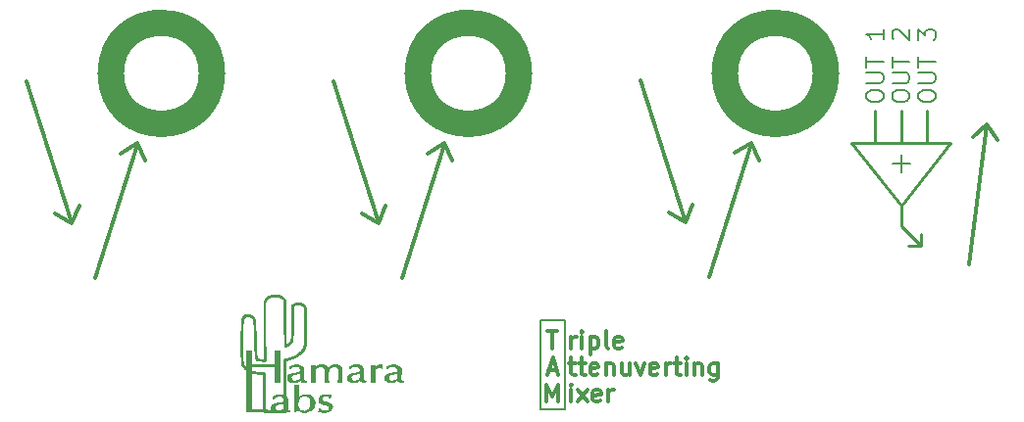
<source format=gto>
G04 #@! TF.FileFunction,Legend,Top*
%FSLAX46Y46*%
G04 Gerber Fmt 4.6, Leading zero omitted, Abs format (unit mm)*
G04 Created by KiCad (PCBNEW 4.0.5) date 07/18/17 15:12:47*
%MOMM*%
%LPD*%
G01*
G04 APERTURE LIST*
%ADD10C,0.100000*%
%ADD11C,0.250000*%
%ADD12C,0.300000*%
%ADD13C,0.150000*%
%ADD14C,0.200000*%
%ADD15C,2.300000*%
%ADD16C,0.350000*%
%ADD17C,0.010000*%
G04 APERTURE END LIST*
D10*
D11*
X100098900Y-17686400D02*
X100098900Y-19486400D01*
X100098900Y-19486400D02*
X101798900Y-21186400D01*
D12*
X69478900Y-34634971D02*
X69478900Y-33134971D01*
X69978900Y-34206400D01*
X70478900Y-33134971D01*
X70478900Y-34634971D01*
X69671757Y-31906400D02*
X70386043Y-31906400D01*
X69528900Y-32334971D02*
X70028900Y-30834971D01*
X70528900Y-32334971D01*
X69550329Y-28534971D02*
X70407472Y-28534971D01*
X69978901Y-30034971D02*
X69978901Y-28534971D01*
X71636043Y-34634971D02*
X71636043Y-33634971D01*
X71636043Y-33134971D02*
X71564614Y-33206400D01*
X71636043Y-33277829D01*
X71707471Y-33206400D01*
X71636043Y-33134971D01*
X71636043Y-33277829D01*
X72207472Y-34634971D02*
X72993186Y-33634971D01*
X72207472Y-33634971D02*
X72993186Y-34634971D01*
X74136043Y-34563543D02*
X73993186Y-34634971D01*
X73707472Y-34634971D01*
X73564615Y-34563543D01*
X73493186Y-34420686D01*
X73493186Y-33849257D01*
X73564615Y-33706400D01*
X73707472Y-33634971D01*
X73993186Y-33634971D01*
X74136043Y-33706400D01*
X74207472Y-33849257D01*
X74207472Y-33992114D01*
X73493186Y-34134971D01*
X74850329Y-34634971D02*
X74850329Y-33634971D01*
X74850329Y-33920686D02*
X74921757Y-33777829D01*
X74993186Y-33706400D01*
X75136043Y-33634971D01*
X75278900Y-33634971D01*
X71421757Y-31334971D02*
X71993186Y-31334971D01*
X71636043Y-30834971D02*
X71636043Y-32120686D01*
X71707471Y-32263543D01*
X71850329Y-32334971D01*
X71993186Y-32334971D01*
X72278900Y-31334971D02*
X72850329Y-31334971D01*
X72493186Y-30834971D02*
X72493186Y-32120686D01*
X72564614Y-32263543D01*
X72707472Y-32334971D01*
X72850329Y-32334971D01*
X73921757Y-32263543D02*
X73778900Y-32334971D01*
X73493186Y-32334971D01*
X73350329Y-32263543D01*
X73278900Y-32120686D01*
X73278900Y-31549257D01*
X73350329Y-31406400D01*
X73493186Y-31334971D01*
X73778900Y-31334971D01*
X73921757Y-31406400D01*
X73993186Y-31549257D01*
X73993186Y-31692114D01*
X73278900Y-31834971D01*
X74636043Y-31334971D02*
X74636043Y-32334971D01*
X74636043Y-31477829D02*
X74707471Y-31406400D01*
X74850329Y-31334971D01*
X75064614Y-31334971D01*
X75207471Y-31406400D01*
X75278900Y-31549257D01*
X75278900Y-32334971D01*
X76636043Y-31334971D02*
X76636043Y-32334971D01*
X75993186Y-31334971D02*
X75993186Y-32120686D01*
X76064614Y-32263543D01*
X76207472Y-32334971D01*
X76421757Y-32334971D01*
X76564614Y-32263543D01*
X76636043Y-32192114D01*
X77207472Y-31334971D02*
X77564615Y-32334971D01*
X77921757Y-31334971D01*
X79064614Y-32263543D02*
X78921757Y-32334971D01*
X78636043Y-32334971D01*
X78493186Y-32263543D01*
X78421757Y-32120686D01*
X78421757Y-31549257D01*
X78493186Y-31406400D01*
X78636043Y-31334971D01*
X78921757Y-31334971D01*
X79064614Y-31406400D01*
X79136043Y-31549257D01*
X79136043Y-31692114D01*
X78421757Y-31834971D01*
X79778900Y-32334971D02*
X79778900Y-31334971D01*
X79778900Y-31620686D02*
X79850328Y-31477829D01*
X79921757Y-31406400D01*
X80064614Y-31334971D01*
X80207471Y-31334971D01*
X80493185Y-31334971D02*
X81064614Y-31334971D01*
X80707471Y-30834971D02*
X80707471Y-32120686D01*
X80778899Y-32263543D01*
X80921757Y-32334971D01*
X81064614Y-32334971D01*
X81564614Y-32334971D02*
X81564614Y-31334971D01*
X81564614Y-30834971D02*
X81493185Y-30906400D01*
X81564614Y-30977829D01*
X81636042Y-30906400D01*
X81564614Y-30834971D01*
X81564614Y-30977829D01*
X82278900Y-31334971D02*
X82278900Y-32334971D01*
X82278900Y-31477829D02*
X82350328Y-31406400D01*
X82493186Y-31334971D01*
X82707471Y-31334971D01*
X82850328Y-31406400D01*
X82921757Y-31549257D01*
X82921757Y-32334971D01*
X84278900Y-31334971D02*
X84278900Y-32549257D01*
X84207471Y-32692114D01*
X84136043Y-32763543D01*
X83993186Y-32834971D01*
X83778900Y-32834971D01*
X83636043Y-32763543D01*
X84278900Y-32263543D02*
X84136043Y-32334971D01*
X83850329Y-32334971D01*
X83707471Y-32263543D01*
X83636043Y-32192114D01*
X83564614Y-32049257D01*
X83564614Y-31620686D01*
X83636043Y-31477829D01*
X83707471Y-31406400D01*
X83850329Y-31334971D01*
X84136043Y-31334971D01*
X84278900Y-31406400D01*
D13*
X68928900Y-27556400D02*
X71078900Y-27556400D01*
X68928900Y-35306400D02*
X68928900Y-27556400D01*
X71078900Y-35306400D02*
X68928900Y-35306400D01*
X71078900Y-27556400D02*
X71078900Y-35306400D01*
D12*
X71636043Y-30034971D02*
X71636043Y-29034971D01*
X71636043Y-29320686D02*
X71707471Y-29177829D01*
X71778900Y-29106400D01*
X71921757Y-29034971D01*
X72064614Y-29034971D01*
X72564614Y-30034971D02*
X72564614Y-29034971D01*
X72564614Y-28534971D02*
X72493185Y-28606400D01*
X72564614Y-28677829D01*
X72636042Y-28606400D01*
X72564614Y-28534971D01*
X72564614Y-28677829D01*
X73278900Y-29034971D02*
X73278900Y-30534971D01*
X73278900Y-29106400D02*
X73421757Y-29034971D01*
X73707471Y-29034971D01*
X73850328Y-29106400D01*
X73921757Y-29177829D01*
X73993186Y-29320686D01*
X73993186Y-29749257D01*
X73921757Y-29892114D01*
X73850328Y-29963543D01*
X73707471Y-30034971D01*
X73421757Y-30034971D01*
X73278900Y-29963543D01*
X74850329Y-30034971D02*
X74707471Y-29963543D01*
X74636043Y-29820686D01*
X74636043Y-28534971D01*
X75993185Y-29963543D02*
X75850328Y-30034971D01*
X75564614Y-30034971D01*
X75421757Y-29963543D01*
X75350328Y-29820686D01*
X75350328Y-29249257D01*
X75421757Y-29106400D01*
X75564614Y-29034971D01*
X75850328Y-29034971D01*
X75993185Y-29106400D01*
X76064614Y-29249257D01*
X76064614Y-29392114D01*
X75350328Y-29534971D01*
D11*
X101798900Y-21186400D02*
X100748900Y-21186400D01*
X101798900Y-21186400D02*
X101798900Y-20136400D01*
D14*
X101577471Y-8343543D02*
X101577471Y-8057829D01*
X101648900Y-7914971D01*
X101791757Y-7772114D01*
X102077471Y-7700686D01*
X102577471Y-7700686D01*
X102863186Y-7772114D01*
X103006043Y-7914971D01*
X103077471Y-8057829D01*
X103077471Y-8343543D01*
X103006043Y-8486400D01*
X102863186Y-8629257D01*
X102577471Y-8700686D01*
X102077471Y-8700686D01*
X101791757Y-8629257D01*
X101648900Y-8486400D01*
X101577471Y-8343543D01*
X101577471Y-7057828D02*
X102791757Y-7057828D01*
X102934614Y-6986400D01*
X103006043Y-6914971D01*
X103077471Y-6772114D01*
X103077471Y-6486400D01*
X103006043Y-6343542D01*
X102934614Y-6272114D01*
X102791757Y-6200685D01*
X101577471Y-6200685D01*
X101577471Y-5700685D02*
X101577471Y-4843542D01*
X103077471Y-5272113D02*
X101577471Y-5272113D01*
X101577471Y-3343542D02*
X101577471Y-2414971D01*
X102148900Y-2914971D01*
X102148900Y-2700685D01*
X102220329Y-2557828D01*
X102291757Y-2486399D01*
X102434614Y-2414971D01*
X102791757Y-2414971D01*
X102934614Y-2486399D01*
X103006043Y-2557828D01*
X103077471Y-2700685D01*
X103077471Y-3129257D01*
X103006043Y-3272114D01*
X102934614Y-3343542D01*
X99327471Y-8343543D02*
X99327471Y-8057829D01*
X99398900Y-7914971D01*
X99541757Y-7772114D01*
X99827471Y-7700686D01*
X100327471Y-7700686D01*
X100613186Y-7772114D01*
X100756043Y-7914971D01*
X100827471Y-8057829D01*
X100827471Y-8343543D01*
X100756043Y-8486400D01*
X100613186Y-8629257D01*
X100327471Y-8700686D01*
X99827471Y-8700686D01*
X99541757Y-8629257D01*
X99398900Y-8486400D01*
X99327471Y-8343543D01*
X99327471Y-7057828D02*
X100541757Y-7057828D01*
X100684614Y-6986400D01*
X100756043Y-6914971D01*
X100827471Y-6772114D01*
X100827471Y-6486400D01*
X100756043Y-6343542D01*
X100684614Y-6272114D01*
X100541757Y-6200685D01*
X99327471Y-6200685D01*
X99327471Y-5700685D02*
X99327471Y-4843542D01*
X100827471Y-5272113D02*
X99327471Y-5272113D01*
X99470329Y-3272114D02*
X99398900Y-3200685D01*
X99327471Y-3057828D01*
X99327471Y-2700685D01*
X99398900Y-2557828D01*
X99470329Y-2486399D01*
X99613186Y-2414971D01*
X99756043Y-2414971D01*
X99970329Y-2486399D01*
X100827471Y-3343542D01*
X100827471Y-2414971D01*
X97077471Y-8343543D02*
X97077471Y-8057829D01*
X97148900Y-7914971D01*
X97291757Y-7772114D01*
X97577471Y-7700686D01*
X98077471Y-7700686D01*
X98363186Y-7772114D01*
X98506043Y-7914971D01*
X98577471Y-8057829D01*
X98577471Y-8343543D01*
X98506043Y-8486400D01*
X98363186Y-8629257D01*
X98077471Y-8700686D01*
X97577471Y-8700686D01*
X97291757Y-8629257D01*
X97148900Y-8486400D01*
X97077471Y-8343543D01*
X97077471Y-7057828D02*
X98291757Y-7057828D01*
X98434614Y-6986400D01*
X98506043Y-6914971D01*
X98577471Y-6772114D01*
X98577471Y-6486400D01*
X98506043Y-6343542D01*
X98434614Y-6272114D01*
X98291757Y-6200685D01*
X97077471Y-6200685D01*
X97077471Y-5700685D02*
X97077471Y-4843542D01*
X98577471Y-5272113D02*
X97077471Y-5272113D01*
X98577471Y-2414971D02*
X98577471Y-3272114D01*
X98577471Y-2843542D02*
X97077471Y-2843542D01*
X97291757Y-2986399D01*
X97434614Y-3129257D01*
X97506043Y-3272114D01*
D11*
X97848900Y-9436400D02*
X97848900Y-12236400D01*
X102348900Y-9436400D02*
X102348900Y-12236400D01*
X100098900Y-9436400D02*
X100098900Y-12236400D01*
D13*
X100098900Y-13286400D02*
X100098900Y-14786400D01*
X100848900Y-14036400D02*
X99348900Y-14036400D01*
D11*
X100098900Y-17686400D02*
X95798900Y-12236400D01*
X104348900Y-12236400D02*
X100098900Y-17686400D01*
X104348900Y-12236400D02*
X95798900Y-12236400D01*
D15*
X93617252Y-6236400D02*
G75*
G03X93617252Y-6236400I-4368352J0D01*
G01*
X67117252Y-6236400D02*
G75*
G03X67117252Y-6236400I-4368352J0D01*
G01*
X40617252Y-6236400D02*
G75*
G03X40617252Y-6236400I-4368352J0D01*
G01*
D16*
X107500582Y-10623628D02*
X108412609Y-11999824D01*
X107500582Y-10623628D02*
X106271108Y-11725492D01*
X105948900Y-22736400D02*
X107486382Y-10734477D01*
X87171046Y-12239842D02*
X87824955Y-13755794D01*
X87171046Y-12239842D02*
X85765880Y-13106571D01*
X83498900Y-23886400D02*
X87137440Y-12346425D01*
X81481540Y-19150560D02*
X80076374Y-18283831D01*
X81481540Y-19150560D02*
X82135449Y-17634607D01*
X77598900Y-6836400D02*
X81462970Y-19091663D01*
X60671046Y-12289842D02*
X61324955Y-13805794D01*
X60671046Y-12289842D02*
X59265880Y-13156571D01*
X56998900Y-23936400D02*
X60637440Y-12396425D01*
X54981540Y-19200560D02*
X53576374Y-18333831D01*
X54981540Y-19200560D02*
X55635449Y-17684607D01*
X51098900Y-6886400D02*
X54962970Y-19141663D01*
D17*
G36*
X46109548Y-25379169D02*
X46195310Y-25382251D01*
X46265806Y-25387057D01*
X46326082Y-25394684D01*
X46381183Y-25406228D01*
X46436154Y-25422785D01*
X46496041Y-25445451D01*
X46565888Y-25475322D01*
X46579053Y-25481167D01*
X46630881Y-25504737D01*
X46669676Y-25524345D01*
X46701075Y-25543859D01*
X46730717Y-25567146D01*
X46764242Y-25598072D01*
X46798142Y-25631404D01*
X46861921Y-25699345D01*
X46910817Y-25761312D01*
X46934069Y-25797880D01*
X46974060Y-25869000D01*
X46976730Y-27776540D01*
X46977084Y-28014124D01*
X46977457Y-28232150D01*
X46977856Y-28431379D01*
X46978287Y-28612573D01*
X46978755Y-28776492D01*
X46979269Y-28923898D01*
X46979833Y-29055554D01*
X46980454Y-29172219D01*
X46981138Y-29274656D01*
X46981893Y-29363627D01*
X46982723Y-29439891D01*
X46983636Y-29504212D01*
X46984637Y-29557351D01*
X46985734Y-29600068D01*
X46986932Y-29633126D01*
X46988238Y-29657286D01*
X46989657Y-29673309D01*
X46991197Y-29681957D01*
X46992568Y-29684080D01*
X47010459Y-29678309D01*
X47025458Y-29669004D01*
X47048178Y-29656391D01*
X47079026Y-29644539D01*
X47085316Y-29642664D01*
X47128199Y-29624395D01*
X47177515Y-29593514D01*
X47227964Y-29553995D01*
X47274246Y-29509816D01*
X47296767Y-29484029D01*
X47325467Y-29448707D01*
X47354029Y-29414093D01*
X47375082Y-29389080D01*
X47384176Y-29377563D01*
X47392081Y-29364673D01*
X47398961Y-29348821D01*
X47404978Y-29328419D01*
X47410294Y-29301878D01*
X47415073Y-29267609D01*
X47419476Y-29224024D01*
X47423667Y-29169533D01*
X47427807Y-29102548D01*
X47432059Y-29021480D01*
X47436587Y-28924741D01*
X47441551Y-28810741D01*
X47446627Y-28689645D01*
X47450313Y-28600127D01*
X47453500Y-28519987D01*
X47456196Y-28447174D01*
X47458409Y-28379635D01*
X47460145Y-28315319D01*
X47461412Y-28252174D01*
X47462218Y-28188150D01*
X47462570Y-28121194D01*
X47462476Y-28049255D01*
X47461942Y-27970282D01*
X47460977Y-27882222D01*
X47459587Y-27783024D01*
X47457780Y-27670637D01*
X47455564Y-27543009D01*
X47452946Y-27398088D01*
X47451567Y-27322793D01*
X47448766Y-27168684D01*
X47446385Y-27033513D01*
X47444423Y-26915903D01*
X47442881Y-26814475D01*
X47441758Y-26727853D01*
X47441055Y-26654658D01*
X47440772Y-26593513D01*
X47440908Y-26543041D01*
X47441464Y-26501864D01*
X47442440Y-26468604D01*
X47443836Y-26441883D01*
X47445651Y-26420325D01*
X47447887Y-26402551D01*
X47450542Y-26387184D01*
X47451601Y-26381975D01*
X47461142Y-26342296D01*
X47471427Y-26308358D01*
X47480373Y-26286955D01*
X47481099Y-26285787D01*
X47495985Y-26271188D01*
X47524449Y-26249432D01*
X47562289Y-26223202D01*
X47605304Y-26195178D01*
X47649291Y-26168043D01*
X47690048Y-26144477D01*
X47723375Y-26127162D01*
X47741140Y-26119836D01*
X47822216Y-26099439D01*
X47913704Y-26085125D01*
X48009542Y-26077220D01*
X48103671Y-26076051D01*
X48190030Y-26081945D01*
X48251049Y-26092337D01*
X48359686Y-26125587D01*
X48457005Y-26171090D01*
X48541175Y-26227552D01*
X48610369Y-26293679D01*
X48662754Y-26368179D01*
X48674956Y-26392046D01*
X48701260Y-26448120D01*
X48710258Y-27076642D01*
X48712000Y-27226284D01*
X48713221Y-27393824D01*
X48713925Y-27576847D01*
X48714111Y-27772939D01*
X48713783Y-27979682D01*
X48712943Y-28194663D01*
X48711591Y-28415467D01*
X48709731Y-28639678D01*
X48708971Y-28717482D01*
X48698685Y-29729800D01*
X48666533Y-29856800D01*
X48644253Y-29933589D01*
X48617546Y-30007526D01*
X48588274Y-30074387D01*
X48558300Y-30129949D01*
X48529487Y-30169988D01*
X48527361Y-30172315D01*
X48511011Y-30192666D01*
X48503241Y-30207904D01*
X48503140Y-30208998D01*
X48496322Y-30224295D01*
X48477731Y-30250559D01*
X48450162Y-30284586D01*
X48416409Y-30323178D01*
X48379266Y-30363131D01*
X48341529Y-30401246D01*
X48307935Y-30432604D01*
X48259946Y-30474701D01*
X48223053Y-30505736D01*
X48193520Y-30528537D01*
X48167610Y-30545933D01*
X48141590Y-30560753D01*
X48132300Y-30565582D01*
X48100096Y-30585447D01*
X48071376Y-30608580D01*
X48066260Y-30613736D01*
X48042156Y-30634352D01*
X48008981Y-30656417D01*
X47990060Y-30666892D01*
X47951358Y-30688014D01*
X47911968Y-30711774D01*
X47897076Y-30721568D01*
X47860423Y-30743691D01*
X47811561Y-30769166D01*
X47757480Y-30794684D01*
X47705170Y-30816938D01*
X47664070Y-30831857D01*
X47634805Y-30842635D01*
X47595644Y-30859061D01*
X47554852Y-30877663D01*
X47553180Y-30878463D01*
X47505928Y-30898721D01*
X47450867Y-30918871D01*
X47400780Y-30934302D01*
X47354398Y-30947546D01*
X47308143Y-30962102D01*
X47271368Y-30975012D01*
X47268700Y-30976049D01*
X47225870Y-30991244D01*
X47176488Y-31006248D01*
X47126432Y-31019539D01*
X47081581Y-31029598D01*
X47047813Y-31034905D01*
X47039305Y-31035359D01*
X47012218Y-31037550D01*
X46995210Y-31041527D01*
X46993045Y-31043693D01*
X46991082Y-31049074D01*
X46989311Y-31058609D01*
X46987721Y-31073234D01*
X46986304Y-31093886D01*
X46985050Y-31121504D01*
X46983949Y-31157024D01*
X46982991Y-31201384D01*
X46982167Y-31255521D01*
X46981466Y-31320372D01*
X46980880Y-31396876D01*
X46980399Y-31485969D01*
X46980012Y-31588588D01*
X46979711Y-31705671D01*
X46979485Y-31838156D01*
X46979324Y-31986979D01*
X46979220Y-32153078D01*
X46979162Y-32337391D01*
X46979140Y-32540855D01*
X46979140Y-34140777D01*
X47004734Y-34164822D01*
X47045437Y-34213337D01*
X47080361Y-34274599D01*
X47105305Y-34341099D01*
X47107117Y-34347857D01*
X47111416Y-34366083D01*
X47114774Y-34385173D01*
X47117211Y-34407353D01*
X47118746Y-34434846D01*
X47119398Y-34469879D01*
X47119187Y-34514677D01*
X47118132Y-34571465D01*
X47116252Y-34642467D01*
X47113567Y-34729909D01*
X47111083Y-34806196D01*
X47108353Y-34895406D01*
X47106180Y-34979781D01*
X47104599Y-35056799D01*
X47103644Y-35123939D01*
X47103350Y-35178679D01*
X47103751Y-35218499D01*
X47104882Y-35240877D01*
X47105094Y-35242433D01*
X47119657Y-35301630D01*
X47142811Y-35343339D01*
X47176631Y-35369318D01*
X47223188Y-35381326D01*
X47269800Y-35382119D01*
X47334782Y-35378760D01*
X47334761Y-35412031D01*
X47330969Y-35437672D01*
X47316398Y-35451819D01*
X47308253Y-35455372D01*
X47277120Y-35463429D01*
X47231919Y-35470515D01*
X47178898Y-35476115D01*
X47124302Y-35479717D01*
X47074380Y-35480806D01*
X47035379Y-35478868D01*
X47030466Y-35478227D01*
X46997213Y-35474355D01*
X46976558Y-35476027D01*
X46961212Y-35484618D01*
X46952187Y-35492995D01*
X46929263Y-35515920D01*
X45092120Y-35515920D01*
X45064587Y-35494263D01*
X45037055Y-35472606D01*
X44285977Y-35477161D01*
X43534900Y-35481717D01*
X43534900Y-35442835D01*
X43535519Y-35422475D01*
X43537267Y-35384945D01*
X43539973Y-35333352D01*
X43543469Y-35270803D01*
X43547587Y-35200406D01*
X43552037Y-35127196D01*
X43556717Y-35036469D01*
X43560721Y-34928116D01*
X43564051Y-34804818D01*
X43566707Y-34669257D01*
X43568689Y-34524115D01*
X43569999Y-34372075D01*
X43570636Y-34215819D01*
X43570631Y-34191749D01*
X43983279Y-34191749D01*
X43983959Y-34372906D01*
X43985379Y-34558913D01*
X43986892Y-34696645D01*
X43994563Y-35315010D01*
X44326071Y-35308663D01*
X44416848Y-35306837D01*
X44510519Y-35304794D01*
X44602644Y-35302642D01*
X44688782Y-35300490D01*
X44764490Y-35298445D01*
X44825329Y-35296616D01*
X44836584Y-35296243D01*
X44895464Y-35293841D01*
X44947668Y-35290949D01*
X44989643Y-35287825D01*
X45017836Y-35284726D01*
X45028267Y-35282334D01*
X45030030Y-35277594D01*
X45031589Y-35265130D01*
X45032947Y-35244115D01*
X45034108Y-35213722D01*
X45035073Y-35173125D01*
X45035847Y-35121497D01*
X45036430Y-35058012D01*
X45036827Y-34981842D01*
X45037040Y-34892162D01*
X45037072Y-34788145D01*
X45036925Y-34668964D01*
X45036603Y-34533793D01*
X45036108Y-34381804D01*
X45035443Y-34212173D01*
X45034610Y-34024071D01*
X45033612Y-33816673D01*
X45033352Y-33764529D01*
X45025758Y-32254560D01*
X44895906Y-32254560D01*
X44830766Y-32253089D01*
X44757968Y-32249121D01*
X44687861Y-32243320D01*
X44645777Y-32238504D01*
X44575056Y-32228064D01*
X44493689Y-32214410D01*
X44406526Y-32198500D01*
X44318418Y-32181293D01*
X44234218Y-32163746D01*
X44158777Y-32146817D01*
X44096946Y-32131464D01*
X44079825Y-32126755D01*
X44039941Y-32116047D01*
X44007956Y-32108666D01*
X43988469Y-32105614D01*
X43984817Y-32106055D01*
X43983938Y-32117129D01*
X43984069Y-32145496D01*
X43985080Y-32188163D01*
X43986840Y-32242135D01*
X43989219Y-32304417D01*
X43992085Y-32372017D01*
X43995308Y-32441939D01*
X43998756Y-32511189D01*
X44002299Y-32576773D01*
X44005807Y-32635697D01*
X44009148Y-32684967D01*
X44011286Y-32711760D01*
X44014583Y-32757845D01*
X44016275Y-32805335D01*
X44016288Y-32857686D01*
X44014548Y-32918353D01*
X44010981Y-32990793D01*
X44005512Y-33078460D01*
X44002450Y-33123240D01*
X43997820Y-33203752D01*
X43993793Y-33302858D01*
X43990388Y-33418839D01*
X43987621Y-33549978D01*
X43985510Y-33694556D01*
X43984071Y-33850856D01*
X43983322Y-34017160D01*
X43983279Y-34191749D01*
X43570631Y-34191749D01*
X43570601Y-34058027D01*
X43569895Y-33901383D01*
X43568518Y-33748569D01*
X43566470Y-33602266D01*
X43563753Y-33465157D01*
X43560367Y-33339923D01*
X43556312Y-33229247D01*
X43551645Y-33136745D01*
X43546339Y-33045898D01*
X43542435Y-32970692D01*
X43539910Y-32906498D01*
X43538742Y-32848686D01*
X43538910Y-32792628D01*
X43540392Y-32733693D01*
X43543165Y-32667253D01*
X43547209Y-32588679D01*
X43548911Y-32557625D01*
X43553512Y-32470789D01*
X43558069Y-32378127D01*
X43562329Y-32285333D01*
X43566033Y-32198100D01*
X43568928Y-32122123D01*
X43570144Y-32085140D01*
X43576020Y-31890321D01*
X43553015Y-31883020D01*
X43537906Y-31873467D01*
X43511817Y-31852098D01*
X43477908Y-31821690D01*
X43439341Y-31785018D01*
X43422055Y-31767959D01*
X43360163Y-31703208D01*
X43310824Y-31644380D01*
X43269680Y-31586132D01*
X43256103Y-31564387D01*
X43217017Y-31498661D01*
X43188110Y-31447025D01*
X43168120Y-31406775D01*
X43155787Y-31375209D01*
X43149849Y-31349623D01*
X43148820Y-31334454D01*
X43145925Y-31305238D01*
X43138384Y-31265874D01*
X43129230Y-31229977D01*
X43125819Y-31217242D01*
X43122788Y-31203112D01*
X43120095Y-31186250D01*
X43117698Y-31165320D01*
X43115555Y-31138984D01*
X43113623Y-31105908D01*
X43111860Y-31064753D01*
X43110224Y-31014183D01*
X43108672Y-30952863D01*
X43107162Y-30879454D01*
X43105651Y-30792622D01*
X43104097Y-30691028D01*
X43102458Y-30573338D01*
X43100692Y-30438213D01*
X43098755Y-30284318D01*
X43098430Y-30258120D01*
X43096252Y-30073977D01*
X43094529Y-29906996D01*
X43093269Y-29754024D01*
X43092478Y-29611909D01*
X43092165Y-29477496D01*
X43092278Y-29392246D01*
X43244589Y-29392246D01*
X43244629Y-29521450D01*
X43245152Y-29656604D01*
X43246153Y-29800841D01*
X43247622Y-29957295D01*
X43249552Y-30129101D01*
X43250890Y-30237800D01*
X43252949Y-30397420D01*
X43254871Y-30537990D01*
X43256690Y-30660777D01*
X43258444Y-30767048D01*
X43260167Y-30858072D01*
X43261896Y-30935117D01*
X43263667Y-30999451D01*
X43265517Y-31052341D01*
X43267480Y-31095057D01*
X43269593Y-31128866D01*
X43271892Y-31155035D01*
X43274412Y-31174834D01*
X43277191Y-31189529D01*
X43278004Y-31192840D01*
X43288146Y-31236363D01*
X43296898Y-31281494D01*
X43300481Y-31304600D01*
X43313068Y-31351832D01*
X43338215Y-31408178D01*
X43373197Y-31469362D01*
X43415289Y-31531107D01*
X43461767Y-31589137D01*
X43509908Y-31639175D01*
X43518731Y-31647173D01*
X43578762Y-31700257D01*
X43572847Y-31289068D01*
X43570918Y-31181324D01*
X43568159Y-31064255D01*
X43564735Y-30943065D01*
X43560814Y-30822962D01*
X43556561Y-30709150D01*
X43552144Y-30606837D01*
X43549066Y-30545295D01*
X43544937Y-30465152D01*
X43541483Y-30391614D01*
X43538794Y-30327106D01*
X43536956Y-30274054D01*
X43536057Y-30234883D01*
X43536186Y-30212020D01*
X43536848Y-30207064D01*
X43548626Y-30205767D01*
X43576314Y-30206529D01*
X43615628Y-30209142D01*
X43656941Y-30212859D01*
X43733642Y-30218445D01*
X43805654Y-30218620D01*
X43884555Y-30213369D01*
X43892907Y-30212580D01*
X43940063Y-30208302D01*
X43979103Y-30205274D01*
X44006023Y-30203770D01*
X44016816Y-30204064D01*
X44016839Y-30204090D01*
X44017256Y-30215557D01*
X44016489Y-30247141D01*
X44014547Y-30298673D01*
X44011436Y-30369985D01*
X44007165Y-30460908D01*
X44001740Y-30571273D01*
X43995169Y-30700913D01*
X43992501Y-30752731D01*
X43988910Y-30834171D01*
X43985843Y-30926583D01*
X43983526Y-31021322D01*
X43982183Y-31109739D01*
X43981940Y-31157153D01*
X43981940Y-31357248D01*
X44196938Y-31363944D01*
X44261484Y-31365539D01*
X44343684Y-31366909D01*
X44440875Y-31368055D01*
X44550391Y-31368976D01*
X44669570Y-31369673D01*
X44795747Y-31370145D01*
X44926257Y-31370393D01*
X45058436Y-31370417D01*
X45189621Y-31370217D01*
X45317146Y-31369792D01*
X45438348Y-31369143D01*
X45550563Y-31368271D01*
X45651126Y-31367175D01*
X45737373Y-31365855D01*
X45806639Y-31364311D01*
X45820869Y-31363894D01*
X46037476Y-31357148D01*
X46030456Y-31010834D01*
X46028212Y-30915253D01*
X46025297Y-30814152D01*
X46021890Y-30712437D01*
X46018168Y-30615014D01*
X46014311Y-30526790D01*
X46010498Y-30452670D01*
X46009512Y-30435920D01*
X46005639Y-30370045D01*
X46002453Y-30311317D01*
X46000090Y-30262648D01*
X45998685Y-30226950D01*
X45998375Y-30207138D01*
X45998681Y-30204090D01*
X46009385Y-30203758D01*
X46036266Y-30205231D01*
X46075289Y-30208236D01*
X46122419Y-30212496D01*
X46123292Y-30212580D01*
X46203462Y-30218352D01*
X46275632Y-30218697D01*
X46351382Y-30213629D01*
X46359258Y-30212859D01*
X46405295Y-30208755D01*
X46443493Y-30206289D01*
X46469579Y-30205675D01*
X46479148Y-30206861D01*
X46479966Y-30217989D01*
X46479671Y-30246876D01*
X46478355Y-30290998D01*
X46476112Y-30347828D01*
X46473034Y-30414843D01*
X46469217Y-30489517D01*
X46467574Y-30519692D01*
X46463702Y-30603222D01*
X46460309Y-30703712D01*
X46457398Y-30818761D01*
X46454968Y-30945967D01*
X46453023Y-31082932D01*
X46451564Y-31227254D01*
X46450592Y-31376532D01*
X46450110Y-31528367D01*
X46450118Y-31680358D01*
X46450619Y-31830104D01*
X46451615Y-31975205D01*
X46453107Y-32113259D01*
X46455096Y-32241868D01*
X46457585Y-32358630D01*
X46460575Y-32461144D01*
X46464068Y-32547011D01*
X46466112Y-32584760D01*
X46470300Y-32655564D01*
X46474044Y-32721781D01*
X46477165Y-32779992D01*
X46479484Y-32826779D01*
X46480820Y-32858724D01*
X46481074Y-32869240D01*
X46481300Y-32909880D01*
X45993232Y-32909880D01*
X45998909Y-32838760D01*
X46005552Y-32750792D01*
X46011196Y-32664788D01*
X46015964Y-32577573D01*
X46019978Y-32485969D01*
X46023362Y-32386800D01*
X46026238Y-32276890D01*
X46028729Y-32153062D01*
X46030959Y-32012140D01*
X46030991Y-32009830D01*
X46037411Y-31556821D01*
X45897069Y-31550090D01*
X45858649Y-31548790D01*
X45802044Y-31547634D01*
X45729389Y-31546622D01*
X45642818Y-31545755D01*
X45544466Y-31545032D01*
X45436467Y-31544454D01*
X45320957Y-31544020D01*
X45200068Y-31543730D01*
X45075937Y-31543585D01*
X44950698Y-31543585D01*
X44826484Y-31543730D01*
X44705431Y-31544019D01*
X44589674Y-31544452D01*
X44481347Y-31545031D01*
X44382584Y-31545754D01*
X44295520Y-31546622D01*
X44222290Y-31547635D01*
X44165028Y-31548793D01*
X44126720Y-31550057D01*
X43981939Y-31556680D01*
X43981940Y-31742799D01*
X43981940Y-31928918D01*
X44009880Y-31943283D01*
X44037083Y-31954645D01*
X44079223Y-31969151D01*
X44131437Y-31985378D01*
X44188862Y-32001901D01*
X44246634Y-32017293D01*
X44299892Y-32030131D01*
X44323391Y-32035162D01*
X44429494Y-32054213D01*
X44546047Y-32070991D01*
X44666633Y-32084822D01*
X44784835Y-32095029D01*
X44894235Y-32100940D01*
X44960301Y-32102159D01*
X45022917Y-32102257D01*
X45068506Y-32102828D01*
X45100360Y-32104294D01*
X45121772Y-32107074D01*
X45136034Y-32111587D01*
X45146438Y-32118255D01*
X45155881Y-32127098D01*
X45180820Y-32152036D01*
X45180820Y-32613095D01*
X45180887Y-32688989D01*
X45181083Y-32783055D01*
X45181398Y-32893141D01*
X45181822Y-33017100D01*
X45182348Y-33152782D01*
X45182965Y-33298038D01*
X45183663Y-33450720D01*
X45184434Y-33608677D01*
X45185269Y-33769762D01*
X45186157Y-33931825D01*
X45187090Y-34092716D01*
X45187581Y-34173668D01*
X45194342Y-35273183D01*
X45275586Y-35266096D01*
X45315863Y-35263006D01*
X45339559Y-35262703D01*
X45350277Y-35265613D01*
X45351620Y-35272162D01*
X45350701Y-35274983D01*
X45344706Y-35295582D01*
X45338312Y-35324372D01*
X45337765Y-35327238D01*
X45330958Y-35363520D01*
X45790285Y-35363520D01*
X45755560Y-35318027D01*
X45722393Y-35258638D01*
X45704611Y-35190743D01*
X45701718Y-35118511D01*
X45703542Y-35107024D01*
X46024100Y-35107024D01*
X46024992Y-35149989D01*
X46028969Y-35180605D01*
X46037976Y-35206812D01*
X46053958Y-35236550D01*
X46057184Y-35241984D01*
X46092167Y-35289018D01*
X46136740Y-35324947D01*
X46145635Y-35330435D01*
X46201001Y-35363520D01*
X46544826Y-35363520D01*
X46546272Y-35362789D01*
X46740380Y-35362789D01*
X46783560Y-35363154D01*
X46810757Y-35362201D01*
X46823265Y-35356570D01*
X46826660Y-35343027D01*
X46826740Y-35338120D01*
X46822137Y-35318056D01*
X46807838Y-35314786D01*
X46783102Y-35328305D01*
X46770860Y-35337805D01*
X46740380Y-35362789D01*
X46546272Y-35362789D01*
X46607043Y-35332085D01*
X46655664Y-35304788D01*
X46703538Y-35273176D01*
X46745820Y-35240849D01*
X46777667Y-35211406D01*
X46790208Y-35195936D01*
X46796662Y-35180924D01*
X46801743Y-35156194D01*
X46805745Y-35119060D01*
X46808962Y-35066836D01*
X46811552Y-35001032D01*
X46813775Y-34939393D01*
X46816250Y-34880506D01*
X46818747Y-34829258D01*
X46821035Y-34790533D01*
X46822201Y-34775461D01*
X46827227Y-34720802D01*
X46793963Y-34727551D01*
X46773434Y-34731273D01*
X46736711Y-34737492D01*
X46687676Y-34745569D01*
X46630211Y-34754863D01*
X46572740Y-34764018D01*
X46484169Y-34778458D01*
X46412441Y-34791299D01*
X46354223Y-34803353D01*
X46306180Y-34815431D01*
X46264980Y-34828345D01*
X46227288Y-34842906D01*
X46201418Y-34854414D01*
X46132585Y-34892178D01*
X46082227Y-34933957D01*
X46048555Y-34982302D01*
X46029777Y-35039764D01*
X46024100Y-35107024D01*
X45703542Y-35107024D01*
X45713217Y-35046112D01*
X45738612Y-34977716D01*
X45777409Y-34917494D01*
X45806809Y-34887110D01*
X45839049Y-34860312D01*
X45872054Y-34836764D01*
X45907759Y-34815902D01*
X45948102Y-34797162D01*
X45995017Y-34779980D01*
X46050443Y-34763792D01*
X46116314Y-34748033D01*
X46194569Y-34732140D01*
X46287143Y-34715549D01*
X46395973Y-34697695D01*
X46522995Y-34678015D01*
X46526427Y-34677494D01*
X46614172Y-34661941D01*
X46687707Y-34644264D01*
X46745107Y-34625019D01*
X46784444Y-34604767D01*
X46789198Y-34601263D01*
X46811148Y-34571830D01*
X46822330Y-34529457D01*
X46823462Y-34477970D01*
X46815259Y-34421191D01*
X46798441Y-34362944D01*
X46773725Y-34307053D01*
X46741827Y-34257341D01*
X46719996Y-34232523D01*
X46664532Y-34186797D01*
X46601630Y-34154109D01*
X46528265Y-34133438D01*
X46441410Y-34123767D01*
X46394048Y-34122732D01*
X46276369Y-34130847D01*
X46169642Y-34154581D01*
X46074845Y-34193593D01*
X45992957Y-34247538D01*
X45963651Y-34273592D01*
X45934505Y-34299535D01*
X45908636Y-34318571D01*
X45891076Y-34327060D01*
X45889580Y-34327200D01*
X45880428Y-34325316D01*
X45875137Y-34317004D01*
X45872957Y-34298273D01*
X45873139Y-34265132D01*
X45873829Y-34243380D01*
X45876780Y-34159560D01*
X45990689Y-34102485D01*
X46083665Y-34060383D01*
X46174500Y-34029376D01*
X46270400Y-34007433D01*
X46378571Y-33992525D01*
X46382390Y-33992134D01*
X46485851Y-33986850D01*
X46589407Y-33991182D01*
X46686415Y-34004599D01*
X46756279Y-34021965D01*
X46789508Y-34032289D01*
X46813897Y-34039695D01*
X46824192Y-34042588D01*
X46824200Y-34042588D01*
X46824488Y-34032628D01*
X46824768Y-34003452D01*
X46825037Y-33956165D01*
X46825292Y-33891874D01*
X46825533Y-33811681D01*
X46825758Y-33716693D01*
X46825964Y-33608013D01*
X46826150Y-33486747D01*
X46826313Y-33354000D01*
X46826453Y-33210876D01*
X46826568Y-33058481D01*
X46826654Y-32897918D01*
X46826712Y-32730293D01*
X46826738Y-32556711D01*
X46826740Y-32503018D01*
X46826740Y-30963316D01*
X46849600Y-30940840D01*
X46875781Y-30924505D01*
X46919062Y-30908904D01*
X46953740Y-30900003D01*
X46996444Y-30890055D01*
X47035311Y-30880479D01*
X47062994Y-30873096D01*
X47066221Y-30872140D01*
X47093740Y-30865335D01*
X47114440Y-30862639D01*
X47132911Y-30859590D01*
X47163136Y-30851699D01*
X47189919Y-30843455D01*
X47225150Y-30832112D01*
X47272434Y-30817184D01*
X47324381Y-30800993D01*
X47355060Y-30791533D01*
X47403650Y-30775629D01*
X47449383Y-30758920D01*
X47486010Y-30743775D01*
X47502380Y-30735663D01*
X47536510Y-30718829D01*
X47577878Y-30701885D01*
X47598900Y-30694534D01*
X47638443Y-30680071D01*
X47684757Y-30660665D01*
X47720820Y-30643891D01*
X47754764Y-30627299D01*
X47782030Y-30614318D01*
X47797075Y-30607582D01*
X47797555Y-30607402D01*
X47819808Y-30596215D01*
X47852132Y-30576244D01*
X47888733Y-30551396D01*
X47923818Y-30525582D01*
X47948053Y-30505860D01*
X47979623Y-30480759D01*
X48012117Y-30458714D01*
X48025620Y-30451050D01*
X48052209Y-30436427D01*
X48079193Y-30418769D01*
X48110592Y-30395113D01*
X48150427Y-30362497D01*
X48181155Y-30336450D01*
X48229225Y-30294759D01*
X48265766Y-30260946D01*
X48295119Y-30230201D01*
X48321625Y-30197713D01*
X48349625Y-30158668D01*
X48373570Y-30123159D01*
X48417401Y-30056450D01*
X48451239Y-30001991D01*
X48476880Y-29955477D01*
X48496117Y-29912606D01*
X48510743Y-29869072D01*
X48522551Y-29820573D01*
X48533336Y-29762804D01*
X48539610Y-29724720D01*
X48541919Y-29708983D01*
X48544015Y-29691222D01*
X48545911Y-29670433D01*
X48547616Y-29645611D01*
X48549141Y-29615752D01*
X48550499Y-29579852D01*
X48551699Y-29536907D01*
X48552753Y-29485913D01*
X48553672Y-29425866D01*
X48554467Y-29355762D01*
X48555148Y-29274596D01*
X48555727Y-29181364D01*
X48556215Y-29075063D01*
X48556623Y-28954688D01*
X48556962Y-28819235D01*
X48557243Y-28667701D01*
X48557476Y-28499080D01*
X48557674Y-28312369D01*
X48557846Y-28106563D01*
X48557882Y-28058480D01*
X48559020Y-26498920D01*
X48536445Y-26456704D01*
X48513510Y-26422984D01*
X48479828Y-26384096D01*
X48441371Y-26346093D01*
X48404110Y-26315024D01*
X48382968Y-26301198D01*
X48337856Y-26277690D01*
X48298311Y-26260604D01*
X48259230Y-26248751D01*
X48215511Y-26240940D01*
X48162050Y-26235982D01*
X48093744Y-26232690D01*
X48088110Y-26232485D01*
X48004922Y-26230695D01*
X47940039Y-26232024D01*
X47891677Y-26236532D01*
X47874750Y-26239631D01*
X47816005Y-26256542D01*
X47757080Y-26280316D01*
X47701923Y-26308669D01*
X47654480Y-26339318D01*
X47618700Y-26369978D01*
X47598529Y-26398364D01*
X47597954Y-26399805D01*
X47596049Y-26414161D01*
X47594712Y-26445930D01*
X47593948Y-26495445D01*
X47593758Y-26563039D01*
X47594145Y-26649044D01*
X47595109Y-26753793D01*
X47596655Y-26877620D01*
X47598782Y-27020856D01*
X47601495Y-27183835D01*
X47603773Y-27311477D01*
X47606600Y-27467046D01*
X47609032Y-27604311D01*
X47611062Y-27725284D01*
X47612684Y-27831977D01*
X47613892Y-27926403D01*
X47614678Y-28010573D01*
X47615037Y-28086501D01*
X47614961Y-28156196D01*
X47614445Y-28221673D01*
X47613481Y-28284944D01*
X47612063Y-28348019D01*
X47610185Y-28412913D01*
X47607840Y-28481636D01*
X47605022Y-28556201D01*
X47601723Y-28638620D01*
X47599262Y-28698710D01*
X47593601Y-28833966D01*
X47588454Y-28950502D01*
X47583675Y-29049907D01*
X47579115Y-29133770D01*
X47574627Y-29203682D01*
X47570064Y-29261230D01*
X47565277Y-29308005D01*
X47560120Y-29345596D01*
X47554444Y-29375591D01*
X47548102Y-29399580D01*
X47540947Y-29419153D01*
X47532831Y-29435898D01*
X47530399Y-29440240D01*
X47499321Y-29485744D01*
X47456528Y-29536509D01*
X47405512Y-29589422D01*
X47349765Y-29641373D01*
X47292778Y-29689250D01*
X47238046Y-29729943D01*
X47189060Y-29760339D01*
X47153358Y-29776138D01*
X47119105Y-29789966D01*
X47084338Y-29808358D01*
X47080634Y-29810675D01*
X47052136Y-29823843D01*
X47010978Y-29836899D01*
X46964740Y-29847953D01*
X46921005Y-29855114D01*
X46895613Y-29856800D01*
X46876679Y-29850743D01*
X46855805Y-29837378D01*
X46831820Y-29817957D01*
X46826740Y-27857974D01*
X46821660Y-25897992D01*
X46794577Y-25857069D01*
X46775326Y-25831607D01*
X46746377Y-25797584D01*
X46712596Y-25760609D01*
X46695537Y-25742893D01*
X46665326Y-25712932D01*
X46639260Y-25689961D01*
X46612659Y-25670990D01*
X46580843Y-25653024D01*
X46539134Y-25633073D01*
X46488940Y-25610803D01*
X46426013Y-25584453D01*
X46370237Y-25564293D01*
X46317170Y-25549538D01*
X46262368Y-25539398D01*
X46201390Y-25533086D01*
X46129792Y-25529817D01*
X46043131Y-25528800D01*
X46026224Y-25528795D01*
X45954208Y-25529422D01*
X45897830Y-25531403D01*
X45852429Y-25535116D01*
X45813348Y-25540938D01*
X45777083Y-25548953D01*
X45707570Y-25569483D01*
X45639113Y-25595124D01*
X45576685Y-25623644D01*
X45525257Y-25652814D01*
X45494884Y-25675559D01*
X45470561Y-25695885D01*
X45451453Y-25708922D01*
X45444723Y-25711520D01*
X45428445Y-25719261D01*
X45403174Y-25740360D01*
X45371711Y-25771631D01*
X45336860Y-25809886D01*
X45301423Y-25851939D01*
X45268205Y-25894603D01*
X45240007Y-25934692D01*
X45221691Y-25965087D01*
X45220295Y-25971081D01*
X45219020Y-25984052D01*
X45217865Y-26004657D01*
X45216829Y-26033549D01*
X45215911Y-26071384D01*
X45215108Y-26118817D01*
X45214421Y-26176503D01*
X45213846Y-26245098D01*
X45213384Y-26325255D01*
X45213033Y-26417631D01*
X45212790Y-26522879D01*
X45212656Y-26641657D01*
X45212628Y-26774617D01*
X45212706Y-26922416D01*
X45212887Y-27085709D01*
X45213172Y-27265150D01*
X45213557Y-27461394D01*
X45214042Y-27675098D01*
X45214626Y-27906915D01*
X45215306Y-28157501D01*
X45216083Y-28427511D01*
X45216392Y-28531788D01*
X45223990Y-31074393D01*
X45197786Y-31100596D01*
X45174775Y-31118243D01*
X45153229Y-31126678D01*
X45151140Y-31126800D01*
X45121516Y-31125702D01*
X45077012Y-31122660D01*
X45021250Y-31118048D01*
X44957849Y-31112239D01*
X44890430Y-31105610D01*
X44822612Y-31098533D01*
X44758015Y-31091384D01*
X44700260Y-31084538D01*
X44652967Y-31078368D01*
X44619755Y-31073250D01*
X44606780Y-31070480D01*
X44567408Y-31059375D01*
X44528129Y-31048796D01*
X44515340Y-31045507D01*
X44449376Y-31019181D01*
X44395401Y-30976911D01*
X44354119Y-30919656D01*
X44326238Y-30848371D01*
X44313026Y-30771200D01*
X44312005Y-30753598D01*
X44310292Y-30717107D01*
X44307943Y-30663145D01*
X44305010Y-30593128D01*
X44301547Y-30508474D01*
X44297609Y-30410601D01*
X44293249Y-30300925D01*
X44288521Y-30180864D01*
X44283478Y-30051836D01*
X44278176Y-29915257D01*
X44272667Y-29772546D01*
X44267006Y-29625118D01*
X44261246Y-29474393D01*
X44255442Y-29321786D01*
X44249646Y-29168716D01*
X44243914Y-29016599D01*
X44238298Y-28866854D01*
X44232853Y-28720897D01*
X44227633Y-28580145D01*
X44222691Y-28446017D01*
X44218081Y-28319929D01*
X44213858Y-28203299D01*
X44210075Y-28097544D01*
X44206786Y-28004081D01*
X44204044Y-27924328D01*
X44201904Y-27859702D01*
X44200420Y-27811620D01*
X44200077Y-27799400D01*
X44196778Y-27726669D01*
X44190934Y-27669489D01*
X44181980Y-27623188D01*
X44176281Y-27603042D01*
X44157397Y-27554071D01*
X44130845Y-27499347D01*
X44100404Y-27445691D01*
X44069852Y-27399923D01*
X44050966Y-27376814D01*
X44023132Y-27353044D01*
X43981546Y-27325088D01*
X43931466Y-27295925D01*
X43878153Y-27268536D01*
X43826868Y-27245901D01*
X43806357Y-27238235D01*
X43772295Y-27227040D01*
X43745002Y-27220732D01*
X43717576Y-27218761D01*
X43683115Y-27220572D01*
X43640499Y-27224967D01*
X43567693Y-27236738D01*
X43510980Y-27253773D01*
X43471743Y-27275545D01*
X43453886Y-27295982D01*
X43437946Y-27314671D01*
X43413684Y-27333091D01*
X43412082Y-27334048D01*
X43391915Y-27351066D01*
X43370716Y-27380309D01*
X43346377Y-27424861D01*
X43337129Y-27443800D01*
X43318274Y-27484553D01*
X43305140Y-27517933D01*
X43296149Y-27550182D01*
X43289720Y-27587542D01*
X43284273Y-27636256D01*
X43281840Y-27662240D01*
X43279763Y-27693083D01*
X43277397Y-27742331D01*
X43274798Y-27808072D01*
X43272024Y-27888394D01*
X43269131Y-27981384D01*
X43266177Y-28085131D01*
X43263217Y-28197723D01*
X43260310Y-28317247D01*
X43257512Y-28441791D01*
X43254937Y-28566480D01*
X43251914Y-28725793D01*
X43249420Y-28872254D01*
X43247448Y-29008996D01*
X43245991Y-29139153D01*
X43245040Y-29265858D01*
X43244589Y-29392246D01*
X43092278Y-29392246D01*
X43092338Y-29347633D01*
X43093003Y-29219166D01*
X43094169Y-29088943D01*
X43095843Y-28953811D01*
X43098032Y-28810617D01*
X43100746Y-28656207D01*
X43102541Y-28561400D01*
X43105519Y-28408098D01*
X43108187Y-28273617D01*
X43110606Y-28156459D01*
X43112839Y-28055128D01*
X43114948Y-27968127D01*
X43116995Y-27893960D01*
X43119044Y-27831130D01*
X43121157Y-27778140D01*
X43123397Y-27733494D01*
X43125825Y-27695696D01*
X43128505Y-27663248D01*
X43131499Y-27634654D01*
X43134869Y-27608418D01*
X43138678Y-27583043D01*
X43142989Y-27557032D01*
X43144992Y-27545400D01*
X43159800Y-27482008D01*
X43181551Y-27417567D01*
X43208153Y-27356438D01*
X43237515Y-27302981D01*
X43267546Y-27261560D01*
X43291813Y-27239221D01*
X43321324Y-27215614D01*
X43347137Y-27188915D01*
X43350567Y-27184511D01*
X43387265Y-27149575D01*
X43439760Y-27119621D01*
X43503923Y-27095657D01*
X43575623Y-27078692D01*
X43650730Y-27069736D01*
X43725115Y-27069796D01*
X43786391Y-27078046D01*
X43848081Y-27093772D01*
X43906540Y-27115142D01*
X43967104Y-27144559D01*
X44035103Y-27184425D01*
X44065576Y-27203834D01*
X44130689Y-27250582D01*
X44183791Y-27300033D01*
X44227818Y-27356184D01*
X44265707Y-27423034D01*
X44300392Y-27504581D01*
X44314059Y-27542304D01*
X44329491Y-27588054D01*
X44339973Y-27624870D01*
X44346568Y-27659193D01*
X44350335Y-27697465D01*
X44352336Y-27746129D01*
X44353057Y-27779080D01*
X44354120Y-27824795D01*
X44355884Y-27887186D01*
X44358292Y-27964851D01*
X44361291Y-28056387D01*
X44364827Y-28160394D01*
X44368846Y-28275469D01*
X44373292Y-28400212D01*
X44378113Y-28533220D01*
X44383252Y-28673093D01*
X44388657Y-28818429D01*
X44394273Y-28967826D01*
X44400046Y-29119882D01*
X44405921Y-29273197D01*
X44411844Y-29426369D01*
X44417761Y-29577995D01*
X44423618Y-29726676D01*
X44429359Y-29871008D01*
X44434932Y-30009591D01*
X44440281Y-30141024D01*
X44445352Y-30263903D01*
X44450091Y-30376829D01*
X44454445Y-30478400D01*
X44458357Y-30567213D01*
X44461775Y-30641868D01*
X44464644Y-30700963D01*
X44466909Y-30743096D01*
X44468516Y-30766867D01*
X44468950Y-30770837D01*
X44478415Y-30818134D01*
X44492289Y-30851455D01*
X44514517Y-30875003D01*
X44549044Y-30892984D01*
X44598907Y-30909339D01*
X44635954Y-30917901D01*
X44688391Y-30927178D01*
X44751327Y-30936568D01*
X44819875Y-30945470D01*
X44889145Y-30953283D01*
X44954250Y-30959404D01*
X45010301Y-30963232D01*
X45045041Y-30964240D01*
X45071488Y-30964240D01*
X45064048Y-28482660D01*
X45063256Y-28214655D01*
X45062546Y-27966224D01*
X45061921Y-27736619D01*
X45061383Y-27525093D01*
X45060935Y-27330899D01*
X45060579Y-27153292D01*
X45060318Y-26991523D01*
X45060153Y-26844846D01*
X45060086Y-26712514D01*
X45060121Y-26593780D01*
X45060260Y-26487898D01*
X45060504Y-26394120D01*
X45060856Y-26311700D01*
X45061318Y-26239891D01*
X45061893Y-26177946D01*
X45062582Y-26125119D01*
X45063389Y-26080661D01*
X45064315Y-26043827D01*
X45065363Y-26013870D01*
X45066535Y-25990043D01*
X45067833Y-25971599D01*
X45069260Y-25957791D01*
X45070818Y-25947872D01*
X45071825Y-25943443D01*
X45087995Y-25901494D01*
X45115279Y-25851007D01*
X45150607Y-25796067D01*
X45190905Y-25740760D01*
X45233101Y-25689173D01*
X45274123Y-25645392D01*
X45310899Y-25613503D01*
X45328140Y-25602546D01*
X45352682Y-25586891D01*
X45383826Y-25563297D01*
X45405599Y-25544941D01*
X45435270Y-25521482D01*
X45470284Y-25499984D01*
X45514069Y-25478826D01*
X45570054Y-25456387D01*
X45641664Y-25431045D01*
X45658018Y-25425534D01*
X45719441Y-25407121D01*
X45781166Y-25393528D01*
X45847164Y-25384347D01*
X45921409Y-25379170D01*
X46007872Y-25377589D01*
X46109548Y-25379169D01*
X46109548Y-25379169D01*
G37*
X46109548Y-25379169D02*
X46195310Y-25382251D01*
X46265806Y-25387057D01*
X46326082Y-25394684D01*
X46381183Y-25406228D01*
X46436154Y-25422785D01*
X46496041Y-25445451D01*
X46565888Y-25475322D01*
X46579053Y-25481167D01*
X46630881Y-25504737D01*
X46669676Y-25524345D01*
X46701075Y-25543859D01*
X46730717Y-25567146D01*
X46764242Y-25598072D01*
X46798142Y-25631404D01*
X46861921Y-25699345D01*
X46910817Y-25761312D01*
X46934069Y-25797880D01*
X46974060Y-25869000D01*
X46976730Y-27776540D01*
X46977084Y-28014124D01*
X46977457Y-28232150D01*
X46977856Y-28431379D01*
X46978287Y-28612573D01*
X46978755Y-28776492D01*
X46979269Y-28923898D01*
X46979833Y-29055554D01*
X46980454Y-29172219D01*
X46981138Y-29274656D01*
X46981893Y-29363627D01*
X46982723Y-29439891D01*
X46983636Y-29504212D01*
X46984637Y-29557351D01*
X46985734Y-29600068D01*
X46986932Y-29633126D01*
X46988238Y-29657286D01*
X46989657Y-29673309D01*
X46991197Y-29681957D01*
X46992568Y-29684080D01*
X47010459Y-29678309D01*
X47025458Y-29669004D01*
X47048178Y-29656391D01*
X47079026Y-29644539D01*
X47085316Y-29642664D01*
X47128199Y-29624395D01*
X47177515Y-29593514D01*
X47227964Y-29553995D01*
X47274246Y-29509816D01*
X47296767Y-29484029D01*
X47325467Y-29448707D01*
X47354029Y-29414093D01*
X47375082Y-29389080D01*
X47384176Y-29377563D01*
X47392081Y-29364673D01*
X47398961Y-29348821D01*
X47404978Y-29328419D01*
X47410294Y-29301878D01*
X47415073Y-29267609D01*
X47419476Y-29224024D01*
X47423667Y-29169533D01*
X47427807Y-29102548D01*
X47432059Y-29021480D01*
X47436587Y-28924741D01*
X47441551Y-28810741D01*
X47446627Y-28689645D01*
X47450313Y-28600127D01*
X47453500Y-28519987D01*
X47456196Y-28447174D01*
X47458409Y-28379635D01*
X47460145Y-28315319D01*
X47461412Y-28252174D01*
X47462218Y-28188150D01*
X47462570Y-28121194D01*
X47462476Y-28049255D01*
X47461942Y-27970282D01*
X47460977Y-27882222D01*
X47459587Y-27783024D01*
X47457780Y-27670637D01*
X47455564Y-27543009D01*
X47452946Y-27398088D01*
X47451567Y-27322793D01*
X47448766Y-27168684D01*
X47446385Y-27033513D01*
X47444423Y-26915903D01*
X47442881Y-26814475D01*
X47441758Y-26727853D01*
X47441055Y-26654658D01*
X47440772Y-26593513D01*
X47440908Y-26543041D01*
X47441464Y-26501864D01*
X47442440Y-26468604D01*
X47443836Y-26441883D01*
X47445651Y-26420325D01*
X47447887Y-26402551D01*
X47450542Y-26387184D01*
X47451601Y-26381975D01*
X47461142Y-26342296D01*
X47471427Y-26308358D01*
X47480373Y-26286955D01*
X47481099Y-26285787D01*
X47495985Y-26271188D01*
X47524449Y-26249432D01*
X47562289Y-26223202D01*
X47605304Y-26195178D01*
X47649291Y-26168043D01*
X47690048Y-26144477D01*
X47723375Y-26127162D01*
X47741140Y-26119836D01*
X47822216Y-26099439D01*
X47913704Y-26085125D01*
X48009542Y-26077220D01*
X48103671Y-26076051D01*
X48190030Y-26081945D01*
X48251049Y-26092337D01*
X48359686Y-26125587D01*
X48457005Y-26171090D01*
X48541175Y-26227552D01*
X48610369Y-26293679D01*
X48662754Y-26368179D01*
X48674956Y-26392046D01*
X48701260Y-26448120D01*
X48710258Y-27076642D01*
X48712000Y-27226284D01*
X48713221Y-27393824D01*
X48713925Y-27576847D01*
X48714111Y-27772939D01*
X48713783Y-27979682D01*
X48712943Y-28194663D01*
X48711591Y-28415467D01*
X48709731Y-28639678D01*
X48708971Y-28717482D01*
X48698685Y-29729800D01*
X48666533Y-29856800D01*
X48644253Y-29933589D01*
X48617546Y-30007526D01*
X48588274Y-30074387D01*
X48558300Y-30129949D01*
X48529487Y-30169988D01*
X48527361Y-30172315D01*
X48511011Y-30192666D01*
X48503241Y-30207904D01*
X48503140Y-30208998D01*
X48496322Y-30224295D01*
X48477731Y-30250559D01*
X48450162Y-30284586D01*
X48416409Y-30323178D01*
X48379266Y-30363131D01*
X48341529Y-30401246D01*
X48307935Y-30432604D01*
X48259946Y-30474701D01*
X48223053Y-30505736D01*
X48193520Y-30528537D01*
X48167610Y-30545933D01*
X48141590Y-30560753D01*
X48132300Y-30565582D01*
X48100096Y-30585447D01*
X48071376Y-30608580D01*
X48066260Y-30613736D01*
X48042156Y-30634352D01*
X48008981Y-30656417D01*
X47990060Y-30666892D01*
X47951358Y-30688014D01*
X47911968Y-30711774D01*
X47897076Y-30721568D01*
X47860423Y-30743691D01*
X47811561Y-30769166D01*
X47757480Y-30794684D01*
X47705170Y-30816938D01*
X47664070Y-30831857D01*
X47634805Y-30842635D01*
X47595644Y-30859061D01*
X47554852Y-30877663D01*
X47553180Y-30878463D01*
X47505928Y-30898721D01*
X47450867Y-30918871D01*
X47400780Y-30934302D01*
X47354398Y-30947546D01*
X47308143Y-30962102D01*
X47271368Y-30975012D01*
X47268700Y-30976049D01*
X47225870Y-30991244D01*
X47176488Y-31006248D01*
X47126432Y-31019539D01*
X47081581Y-31029598D01*
X47047813Y-31034905D01*
X47039305Y-31035359D01*
X47012218Y-31037550D01*
X46995210Y-31041527D01*
X46993045Y-31043693D01*
X46991082Y-31049074D01*
X46989311Y-31058609D01*
X46987721Y-31073234D01*
X46986304Y-31093886D01*
X46985050Y-31121504D01*
X46983949Y-31157024D01*
X46982991Y-31201384D01*
X46982167Y-31255521D01*
X46981466Y-31320372D01*
X46980880Y-31396876D01*
X46980399Y-31485969D01*
X46980012Y-31588588D01*
X46979711Y-31705671D01*
X46979485Y-31838156D01*
X46979324Y-31986979D01*
X46979220Y-32153078D01*
X46979162Y-32337391D01*
X46979140Y-32540855D01*
X46979140Y-34140777D01*
X47004734Y-34164822D01*
X47045437Y-34213337D01*
X47080361Y-34274599D01*
X47105305Y-34341099D01*
X47107117Y-34347857D01*
X47111416Y-34366083D01*
X47114774Y-34385173D01*
X47117211Y-34407353D01*
X47118746Y-34434846D01*
X47119398Y-34469879D01*
X47119187Y-34514677D01*
X47118132Y-34571465D01*
X47116252Y-34642467D01*
X47113567Y-34729909D01*
X47111083Y-34806196D01*
X47108353Y-34895406D01*
X47106180Y-34979781D01*
X47104599Y-35056799D01*
X47103644Y-35123939D01*
X47103350Y-35178679D01*
X47103751Y-35218499D01*
X47104882Y-35240877D01*
X47105094Y-35242433D01*
X47119657Y-35301630D01*
X47142811Y-35343339D01*
X47176631Y-35369318D01*
X47223188Y-35381326D01*
X47269800Y-35382119D01*
X47334782Y-35378760D01*
X47334761Y-35412031D01*
X47330969Y-35437672D01*
X47316398Y-35451819D01*
X47308253Y-35455372D01*
X47277120Y-35463429D01*
X47231919Y-35470515D01*
X47178898Y-35476115D01*
X47124302Y-35479717D01*
X47074380Y-35480806D01*
X47035379Y-35478868D01*
X47030466Y-35478227D01*
X46997213Y-35474355D01*
X46976558Y-35476027D01*
X46961212Y-35484618D01*
X46952187Y-35492995D01*
X46929263Y-35515920D01*
X45092120Y-35515920D01*
X45064587Y-35494263D01*
X45037055Y-35472606D01*
X44285977Y-35477161D01*
X43534900Y-35481717D01*
X43534900Y-35442835D01*
X43535519Y-35422475D01*
X43537267Y-35384945D01*
X43539973Y-35333352D01*
X43543469Y-35270803D01*
X43547587Y-35200406D01*
X43552037Y-35127196D01*
X43556717Y-35036469D01*
X43560721Y-34928116D01*
X43564051Y-34804818D01*
X43566707Y-34669257D01*
X43568689Y-34524115D01*
X43569999Y-34372075D01*
X43570636Y-34215819D01*
X43570631Y-34191749D01*
X43983279Y-34191749D01*
X43983959Y-34372906D01*
X43985379Y-34558913D01*
X43986892Y-34696645D01*
X43994563Y-35315010D01*
X44326071Y-35308663D01*
X44416848Y-35306837D01*
X44510519Y-35304794D01*
X44602644Y-35302642D01*
X44688782Y-35300490D01*
X44764490Y-35298445D01*
X44825329Y-35296616D01*
X44836584Y-35296243D01*
X44895464Y-35293841D01*
X44947668Y-35290949D01*
X44989643Y-35287825D01*
X45017836Y-35284726D01*
X45028267Y-35282334D01*
X45030030Y-35277594D01*
X45031589Y-35265130D01*
X45032947Y-35244115D01*
X45034108Y-35213722D01*
X45035073Y-35173125D01*
X45035847Y-35121497D01*
X45036430Y-35058012D01*
X45036827Y-34981842D01*
X45037040Y-34892162D01*
X45037072Y-34788145D01*
X45036925Y-34668964D01*
X45036603Y-34533793D01*
X45036108Y-34381804D01*
X45035443Y-34212173D01*
X45034610Y-34024071D01*
X45033612Y-33816673D01*
X45033352Y-33764529D01*
X45025758Y-32254560D01*
X44895906Y-32254560D01*
X44830766Y-32253089D01*
X44757968Y-32249121D01*
X44687861Y-32243320D01*
X44645777Y-32238504D01*
X44575056Y-32228064D01*
X44493689Y-32214410D01*
X44406526Y-32198500D01*
X44318418Y-32181293D01*
X44234218Y-32163746D01*
X44158777Y-32146817D01*
X44096946Y-32131464D01*
X44079825Y-32126755D01*
X44039941Y-32116047D01*
X44007956Y-32108666D01*
X43988469Y-32105614D01*
X43984817Y-32106055D01*
X43983938Y-32117129D01*
X43984069Y-32145496D01*
X43985080Y-32188163D01*
X43986840Y-32242135D01*
X43989219Y-32304417D01*
X43992085Y-32372017D01*
X43995308Y-32441939D01*
X43998756Y-32511189D01*
X44002299Y-32576773D01*
X44005807Y-32635697D01*
X44009148Y-32684967D01*
X44011286Y-32711760D01*
X44014583Y-32757845D01*
X44016275Y-32805335D01*
X44016288Y-32857686D01*
X44014548Y-32918353D01*
X44010981Y-32990793D01*
X44005512Y-33078460D01*
X44002450Y-33123240D01*
X43997820Y-33203752D01*
X43993793Y-33302858D01*
X43990388Y-33418839D01*
X43987621Y-33549978D01*
X43985510Y-33694556D01*
X43984071Y-33850856D01*
X43983322Y-34017160D01*
X43983279Y-34191749D01*
X43570631Y-34191749D01*
X43570601Y-34058027D01*
X43569895Y-33901383D01*
X43568518Y-33748569D01*
X43566470Y-33602266D01*
X43563753Y-33465157D01*
X43560367Y-33339923D01*
X43556312Y-33229247D01*
X43551645Y-33136745D01*
X43546339Y-33045898D01*
X43542435Y-32970692D01*
X43539910Y-32906498D01*
X43538742Y-32848686D01*
X43538910Y-32792628D01*
X43540392Y-32733693D01*
X43543165Y-32667253D01*
X43547209Y-32588679D01*
X43548911Y-32557625D01*
X43553512Y-32470789D01*
X43558069Y-32378127D01*
X43562329Y-32285333D01*
X43566033Y-32198100D01*
X43568928Y-32122123D01*
X43570144Y-32085140D01*
X43576020Y-31890321D01*
X43553015Y-31883020D01*
X43537906Y-31873467D01*
X43511817Y-31852098D01*
X43477908Y-31821690D01*
X43439341Y-31785018D01*
X43422055Y-31767959D01*
X43360163Y-31703208D01*
X43310824Y-31644380D01*
X43269680Y-31586132D01*
X43256103Y-31564387D01*
X43217017Y-31498661D01*
X43188110Y-31447025D01*
X43168120Y-31406775D01*
X43155787Y-31375209D01*
X43149849Y-31349623D01*
X43148820Y-31334454D01*
X43145925Y-31305238D01*
X43138384Y-31265874D01*
X43129230Y-31229977D01*
X43125819Y-31217242D01*
X43122788Y-31203112D01*
X43120095Y-31186250D01*
X43117698Y-31165320D01*
X43115555Y-31138984D01*
X43113623Y-31105908D01*
X43111860Y-31064753D01*
X43110224Y-31014183D01*
X43108672Y-30952863D01*
X43107162Y-30879454D01*
X43105651Y-30792622D01*
X43104097Y-30691028D01*
X43102458Y-30573338D01*
X43100692Y-30438213D01*
X43098755Y-30284318D01*
X43098430Y-30258120D01*
X43096252Y-30073977D01*
X43094529Y-29906996D01*
X43093269Y-29754024D01*
X43092478Y-29611909D01*
X43092165Y-29477496D01*
X43092278Y-29392246D01*
X43244589Y-29392246D01*
X43244629Y-29521450D01*
X43245152Y-29656604D01*
X43246153Y-29800841D01*
X43247622Y-29957295D01*
X43249552Y-30129101D01*
X43250890Y-30237800D01*
X43252949Y-30397420D01*
X43254871Y-30537990D01*
X43256690Y-30660777D01*
X43258444Y-30767048D01*
X43260167Y-30858072D01*
X43261896Y-30935117D01*
X43263667Y-30999451D01*
X43265517Y-31052341D01*
X43267480Y-31095057D01*
X43269593Y-31128866D01*
X43271892Y-31155035D01*
X43274412Y-31174834D01*
X43277191Y-31189529D01*
X43278004Y-31192840D01*
X43288146Y-31236363D01*
X43296898Y-31281494D01*
X43300481Y-31304600D01*
X43313068Y-31351832D01*
X43338215Y-31408178D01*
X43373197Y-31469362D01*
X43415289Y-31531107D01*
X43461767Y-31589137D01*
X43509908Y-31639175D01*
X43518731Y-31647173D01*
X43578762Y-31700257D01*
X43572847Y-31289068D01*
X43570918Y-31181324D01*
X43568159Y-31064255D01*
X43564735Y-30943065D01*
X43560814Y-30822962D01*
X43556561Y-30709150D01*
X43552144Y-30606837D01*
X43549066Y-30545295D01*
X43544937Y-30465152D01*
X43541483Y-30391614D01*
X43538794Y-30327106D01*
X43536956Y-30274054D01*
X43536057Y-30234883D01*
X43536186Y-30212020D01*
X43536848Y-30207064D01*
X43548626Y-30205767D01*
X43576314Y-30206529D01*
X43615628Y-30209142D01*
X43656941Y-30212859D01*
X43733642Y-30218445D01*
X43805654Y-30218620D01*
X43884555Y-30213369D01*
X43892907Y-30212580D01*
X43940063Y-30208302D01*
X43979103Y-30205274D01*
X44006023Y-30203770D01*
X44016816Y-30204064D01*
X44016839Y-30204090D01*
X44017256Y-30215557D01*
X44016489Y-30247141D01*
X44014547Y-30298673D01*
X44011436Y-30369985D01*
X44007165Y-30460908D01*
X44001740Y-30571273D01*
X43995169Y-30700913D01*
X43992501Y-30752731D01*
X43988910Y-30834171D01*
X43985843Y-30926583D01*
X43983526Y-31021322D01*
X43982183Y-31109739D01*
X43981940Y-31157153D01*
X43981940Y-31357248D01*
X44196938Y-31363944D01*
X44261484Y-31365539D01*
X44343684Y-31366909D01*
X44440875Y-31368055D01*
X44550391Y-31368976D01*
X44669570Y-31369673D01*
X44795747Y-31370145D01*
X44926257Y-31370393D01*
X45058436Y-31370417D01*
X45189621Y-31370217D01*
X45317146Y-31369792D01*
X45438348Y-31369143D01*
X45550563Y-31368271D01*
X45651126Y-31367175D01*
X45737373Y-31365855D01*
X45806639Y-31364311D01*
X45820869Y-31363894D01*
X46037476Y-31357148D01*
X46030456Y-31010834D01*
X46028212Y-30915253D01*
X46025297Y-30814152D01*
X46021890Y-30712437D01*
X46018168Y-30615014D01*
X46014311Y-30526790D01*
X46010498Y-30452670D01*
X46009512Y-30435920D01*
X46005639Y-30370045D01*
X46002453Y-30311317D01*
X46000090Y-30262648D01*
X45998685Y-30226950D01*
X45998375Y-30207138D01*
X45998681Y-30204090D01*
X46009385Y-30203758D01*
X46036266Y-30205231D01*
X46075289Y-30208236D01*
X46122419Y-30212496D01*
X46123292Y-30212580D01*
X46203462Y-30218352D01*
X46275632Y-30218697D01*
X46351382Y-30213629D01*
X46359258Y-30212859D01*
X46405295Y-30208755D01*
X46443493Y-30206289D01*
X46469579Y-30205675D01*
X46479148Y-30206861D01*
X46479966Y-30217989D01*
X46479671Y-30246876D01*
X46478355Y-30290998D01*
X46476112Y-30347828D01*
X46473034Y-30414843D01*
X46469217Y-30489517D01*
X46467574Y-30519692D01*
X46463702Y-30603222D01*
X46460309Y-30703712D01*
X46457398Y-30818761D01*
X46454968Y-30945967D01*
X46453023Y-31082932D01*
X46451564Y-31227254D01*
X46450592Y-31376532D01*
X46450110Y-31528367D01*
X46450118Y-31680358D01*
X46450619Y-31830104D01*
X46451615Y-31975205D01*
X46453107Y-32113259D01*
X46455096Y-32241868D01*
X46457585Y-32358630D01*
X46460575Y-32461144D01*
X46464068Y-32547011D01*
X46466112Y-32584760D01*
X46470300Y-32655564D01*
X46474044Y-32721781D01*
X46477165Y-32779992D01*
X46479484Y-32826779D01*
X46480820Y-32858724D01*
X46481074Y-32869240D01*
X46481300Y-32909880D01*
X45993232Y-32909880D01*
X45998909Y-32838760D01*
X46005552Y-32750792D01*
X46011196Y-32664788D01*
X46015964Y-32577573D01*
X46019978Y-32485969D01*
X46023362Y-32386800D01*
X46026238Y-32276890D01*
X46028729Y-32153062D01*
X46030959Y-32012140D01*
X46030991Y-32009830D01*
X46037411Y-31556821D01*
X45897069Y-31550090D01*
X45858649Y-31548790D01*
X45802044Y-31547634D01*
X45729389Y-31546622D01*
X45642818Y-31545755D01*
X45544466Y-31545032D01*
X45436467Y-31544454D01*
X45320957Y-31544020D01*
X45200068Y-31543730D01*
X45075937Y-31543585D01*
X44950698Y-31543585D01*
X44826484Y-31543730D01*
X44705431Y-31544019D01*
X44589674Y-31544452D01*
X44481347Y-31545031D01*
X44382584Y-31545754D01*
X44295520Y-31546622D01*
X44222290Y-31547635D01*
X44165028Y-31548793D01*
X44126720Y-31550057D01*
X43981939Y-31556680D01*
X43981940Y-31742799D01*
X43981940Y-31928918D01*
X44009880Y-31943283D01*
X44037083Y-31954645D01*
X44079223Y-31969151D01*
X44131437Y-31985378D01*
X44188862Y-32001901D01*
X44246634Y-32017293D01*
X44299892Y-32030131D01*
X44323391Y-32035162D01*
X44429494Y-32054213D01*
X44546047Y-32070991D01*
X44666633Y-32084822D01*
X44784835Y-32095029D01*
X44894235Y-32100940D01*
X44960301Y-32102159D01*
X45022917Y-32102257D01*
X45068506Y-32102828D01*
X45100360Y-32104294D01*
X45121772Y-32107074D01*
X45136034Y-32111587D01*
X45146438Y-32118255D01*
X45155881Y-32127098D01*
X45180820Y-32152036D01*
X45180820Y-32613095D01*
X45180887Y-32688989D01*
X45181083Y-32783055D01*
X45181398Y-32893141D01*
X45181822Y-33017100D01*
X45182348Y-33152782D01*
X45182965Y-33298038D01*
X45183663Y-33450720D01*
X45184434Y-33608677D01*
X45185269Y-33769762D01*
X45186157Y-33931825D01*
X45187090Y-34092716D01*
X45187581Y-34173668D01*
X45194342Y-35273183D01*
X45275586Y-35266096D01*
X45315863Y-35263006D01*
X45339559Y-35262703D01*
X45350277Y-35265613D01*
X45351620Y-35272162D01*
X45350701Y-35274983D01*
X45344706Y-35295582D01*
X45338312Y-35324372D01*
X45337765Y-35327238D01*
X45330958Y-35363520D01*
X45790285Y-35363520D01*
X45755560Y-35318027D01*
X45722393Y-35258638D01*
X45704611Y-35190743D01*
X45701718Y-35118511D01*
X45703542Y-35107024D01*
X46024100Y-35107024D01*
X46024992Y-35149989D01*
X46028969Y-35180605D01*
X46037976Y-35206812D01*
X46053958Y-35236550D01*
X46057184Y-35241984D01*
X46092167Y-35289018D01*
X46136740Y-35324947D01*
X46145635Y-35330435D01*
X46201001Y-35363520D01*
X46544826Y-35363520D01*
X46546272Y-35362789D01*
X46740380Y-35362789D01*
X46783560Y-35363154D01*
X46810757Y-35362201D01*
X46823265Y-35356570D01*
X46826660Y-35343027D01*
X46826740Y-35338120D01*
X46822137Y-35318056D01*
X46807838Y-35314786D01*
X46783102Y-35328305D01*
X46770860Y-35337805D01*
X46740380Y-35362789D01*
X46546272Y-35362789D01*
X46607043Y-35332085D01*
X46655664Y-35304788D01*
X46703538Y-35273176D01*
X46745820Y-35240849D01*
X46777667Y-35211406D01*
X46790208Y-35195936D01*
X46796662Y-35180924D01*
X46801743Y-35156194D01*
X46805745Y-35119060D01*
X46808962Y-35066836D01*
X46811552Y-35001032D01*
X46813775Y-34939393D01*
X46816250Y-34880506D01*
X46818747Y-34829258D01*
X46821035Y-34790533D01*
X46822201Y-34775461D01*
X46827227Y-34720802D01*
X46793963Y-34727551D01*
X46773434Y-34731273D01*
X46736711Y-34737492D01*
X46687676Y-34745569D01*
X46630211Y-34754863D01*
X46572740Y-34764018D01*
X46484169Y-34778458D01*
X46412441Y-34791299D01*
X46354223Y-34803353D01*
X46306180Y-34815431D01*
X46264980Y-34828345D01*
X46227288Y-34842906D01*
X46201418Y-34854414D01*
X46132585Y-34892178D01*
X46082227Y-34933957D01*
X46048555Y-34982302D01*
X46029777Y-35039764D01*
X46024100Y-35107024D01*
X45703542Y-35107024D01*
X45713217Y-35046112D01*
X45738612Y-34977716D01*
X45777409Y-34917494D01*
X45806809Y-34887110D01*
X45839049Y-34860312D01*
X45872054Y-34836764D01*
X45907759Y-34815902D01*
X45948102Y-34797162D01*
X45995017Y-34779980D01*
X46050443Y-34763792D01*
X46116314Y-34748033D01*
X46194569Y-34732140D01*
X46287143Y-34715549D01*
X46395973Y-34697695D01*
X46522995Y-34678015D01*
X46526427Y-34677494D01*
X46614172Y-34661941D01*
X46687707Y-34644264D01*
X46745107Y-34625019D01*
X46784444Y-34604767D01*
X46789198Y-34601263D01*
X46811148Y-34571830D01*
X46822330Y-34529457D01*
X46823462Y-34477970D01*
X46815259Y-34421191D01*
X46798441Y-34362944D01*
X46773725Y-34307053D01*
X46741827Y-34257341D01*
X46719996Y-34232523D01*
X46664532Y-34186797D01*
X46601630Y-34154109D01*
X46528265Y-34133438D01*
X46441410Y-34123767D01*
X46394048Y-34122732D01*
X46276369Y-34130847D01*
X46169642Y-34154581D01*
X46074845Y-34193593D01*
X45992957Y-34247538D01*
X45963651Y-34273592D01*
X45934505Y-34299535D01*
X45908636Y-34318571D01*
X45891076Y-34327060D01*
X45889580Y-34327200D01*
X45880428Y-34325316D01*
X45875137Y-34317004D01*
X45872957Y-34298273D01*
X45873139Y-34265132D01*
X45873829Y-34243380D01*
X45876780Y-34159560D01*
X45990689Y-34102485D01*
X46083665Y-34060383D01*
X46174500Y-34029376D01*
X46270400Y-34007433D01*
X46378571Y-33992525D01*
X46382390Y-33992134D01*
X46485851Y-33986850D01*
X46589407Y-33991182D01*
X46686415Y-34004599D01*
X46756279Y-34021965D01*
X46789508Y-34032289D01*
X46813897Y-34039695D01*
X46824192Y-34042588D01*
X46824200Y-34042588D01*
X46824488Y-34032628D01*
X46824768Y-34003452D01*
X46825037Y-33956165D01*
X46825292Y-33891874D01*
X46825533Y-33811681D01*
X46825758Y-33716693D01*
X46825964Y-33608013D01*
X46826150Y-33486747D01*
X46826313Y-33354000D01*
X46826453Y-33210876D01*
X46826568Y-33058481D01*
X46826654Y-32897918D01*
X46826712Y-32730293D01*
X46826738Y-32556711D01*
X46826740Y-32503018D01*
X46826740Y-30963316D01*
X46849600Y-30940840D01*
X46875781Y-30924505D01*
X46919062Y-30908904D01*
X46953740Y-30900003D01*
X46996444Y-30890055D01*
X47035311Y-30880479D01*
X47062994Y-30873096D01*
X47066221Y-30872140D01*
X47093740Y-30865335D01*
X47114440Y-30862639D01*
X47132911Y-30859590D01*
X47163136Y-30851699D01*
X47189919Y-30843455D01*
X47225150Y-30832112D01*
X47272434Y-30817184D01*
X47324381Y-30800993D01*
X47355060Y-30791533D01*
X47403650Y-30775629D01*
X47449383Y-30758920D01*
X47486010Y-30743775D01*
X47502380Y-30735663D01*
X47536510Y-30718829D01*
X47577878Y-30701885D01*
X47598900Y-30694534D01*
X47638443Y-30680071D01*
X47684757Y-30660665D01*
X47720820Y-30643891D01*
X47754764Y-30627299D01*
X47782030Y-30614318D01*
X47797075Y-30607582D01*
X47797555Y-30607402D01*
X47819808Y-30596215D01*
X47852132Y-30576244D01*
X47888733Y-30551396D01*
X47923818Y-30525582D01*
X47948053Y-30505860D01*
X47979623Y-30480759D01*
X48012117Y-30458714D01*
X48025620Y-30451050D01*
X48052209Y-30436427D01*
X48079193Y-30418769D01*
X48110592Y-30395113D01*
X48150427Y-30362497D01*
X48181155Y-30336450D01*
X48229225Y-30294759D01*
X48265766Y-30260946D01*
X48295119Y-30230201D01*
X48321625Y-30197713D01*
X48349625Y-30158668D01*
X48373570Y-30123159D01*
X48417401Y-30056450D01*
X48451239Y-30001991D01*
X48476880Y-29955477D01*
X48496117Y-29912606D01*
X48510743Y-29869072D01*
X48522551Y-29820573D01*
X48533336Y-29762804D01*
X48539610Y-29724720D01*
X48541919Y-29708983D01*
X48544015Y-29691222D01*
X48545911Y-29670433D01*
X48547616Y-29645611D01*
X48549141Y-29615752D01*
X48550499Y-29579852D01*
X48551699Y-29536907D01*
X48552753Y-29485913D01*
X48553672Y-29425866D01*
X48554467Y-29355762D01*
X48555148Y-29274596D01*
X48555727Y-29181364D01*
X48556215Y-29075063D01*
X48556623Y-28954688D01*
X48556962Y-28819235D01*
X48557243Y-28667701D01*
X48557476Y-28499080D01*
X48557674Y-28312369D01*
X48557846Y-28106563D01*
X48557882Y-28058480D01*
X48559020Y-26498920D01*
X48536445Y-26456704D01*
X48513510Y-26422984D01*
X48479828Y-26384096D01*
X48441371Y-26346093D01*
X48404110Y-26315024D01*
X48382968Y-26301198D01*
X48337856Y-26277690D01*
X48298311Y-26260604D01*
X48259230Y-26248751D01*
X48215511Y-26240940D01*
X48162050Y-26235982D01*
X48093744Y-26232690D01*
X48088110Y-26232485D01*
X48004922Y-26230695D01*
X47940039Y-26232024D01*
X47891677Y-26236532D01*
X47874750Y-26239631D01*
X47816005Y-26256542D01*
X47757080Y-26280316D01*
X47701923Y-26308669D01*
X47654480Y-26339318D01*
X47618700Y-26369978D01*
X47598529Y-26398364D01*
X47597954Y-26399805D01*
X47596049Y-26414161D01*
X47594712Y-26445930D01*
X47593948Y-26495445D01*
X47593758Y-26563039D01*
X47594145Y-26649044D01*
X47595109Y-26753793D01*
X47596655Y-26877620D01*
X47598782Y-27020856D01*
X47601495Y-27183835D01*
X47603773Y-27311477D01*
X47606600Y-27467046D01*
X47609032Y-27604311D01*
X47611062Y-27725284D01*
X47612684Y-27831977D01*
X47613892Y-27926403D01*
X47614678Y-28010573D01*
X47615037Y-28086501D01*
X47614961Y-28156196D01*
X47614445Y-28221673D01*
X47613481Y-28284944D01*
X47612063Y-28348019D01*
X47610185Y-28412913D01*
X47607840Y-28481636D01*
X47605022Y-28556201D01*
X47601723Y-28638620D01*
X47599262Y-28698710D01*
X47593601Y-28833966D01*
X47588454Y-28950502D01*
X47583675Y-29049907D01*
X47579115Y-29133770D01*
X47574627Y-29203682D01*
X47570064Y-29261230D01*
X47565277Y-29308005D01*
X47560120Y-29345596D01*
X47554444Y-29375591D01*
X47548102Y-29399580D01*
X47540947Y-29419153D01*
X47532831Y-29435898D01*
X47530399Y-29440240D01*
X47499321Y-29485744D01*
X47456528Y-29536509D01*
X47405512Y-29589422D01*
X47349765Y-29641373D01*
X47292778Y-29689250D01*
X47238046Y-29729943D01*
X47189060Y-29760339D01*
X47153358Y-29776138D01*
X47119105Y-29789966D01*
X47084338Y-29808358D01*
X47080634Y-29810675D01*
X47052136Y-29823843D01*
X47010978Y-29836899D01*
X46964740Y-29847953D01*
X46921005Y-29855114D01*
X46895613Y-29856800D01*
X46876679Y-29850743D01*
X46855805Y-29837378D01*
X46831820Y-29817957D01*
X46826740Y-27857974D01*
X46821660Y-25897992D01*
X46794577Y-25857069D01*
X46775326Y-25831607D01*
X46746377Y-25797584D01*
X46712596Y-25760609D01*
X46695537Y-25742893D01*
X46665326Y-25712932D01*
X46639260Y-25689961D01*
X46612659Y-25670990D01*
X46580843Y-25653024D01*
X46539134Y-25633073D01*
X46488940Y-25610803D01*
X46426013Y-25584453D01*
X46370237Y-25564293D01*
X46317170Y-25549538D01*
X46262368Y-25539398D01*
X46201390Y-25533086D01*
X46129792Y-25529817D01*
X46043131Y-25528800D01*
X46026224Y-25528795D01*
X45954208Y-25529422D01*
X45897830Y-25531403D01*
X45852429Y-25535116D01*
X45813348Y-25540938D01*
X45777083Y-25548953D01*
X45707570Y-25569483D01*
X45639113Y-25595124D01*
X45576685Y-25623644D01*
X45525257Y-25652814D01*
X45494884Y-25675559D01*
X45470561Y-25695885D01*
X45451453Y-25708922D01*
X45444723Y-25711520D01*
X45428445Y-25719261D01*
X45403174Y-25740360D01*
X45371711Y-25771631D01*
X45336860Y-25809886D01*
X45301423Y-25851939D01*
X45268205Y-25894603D01*
X45240007Y-25934692D01*
X45221691Y-25965087D01*
X45220295Y-25971081D01*
X45219020Y-25984052D01*
X45217865Y-26004657D01*
X45216829Y-26033549D01*
X45215911Y-26071384D01*
X45215108Y-26118817D01*
X45214421Y-26176503D01*
X45213846Y-26245098D01*
X45213384Y-26325255D01*
X45213033Y-26417631D01*
X45212790Y-26522879D01*
X45212656Y-26641657D01*
X45212628Y-26774617D01*
X45212706Y-26922416D01*
X45212887Y-27085709D01*
X45213172Y-27265150D01*
X45213557Y-27461394D01*
X45214042Y-27675098D01*
X45214626Y-27906915D01*
X45215306Y-28157501D01*
X45216083Y-28427511D01*
X45216392Y-28531788D01*
X45223990Y-31074393D01*
X45197786Y-31100596D01*
X45174775Y-31118243D01*
X45153229Y-31126678D01*
X45151140Y-31126800D01*
X45121516Y-31125702D01*
X45077012Y-31122660D01*
X45021250Y-31118048D01*
X44957849Y-31112239D01*
X44890430Y-31105610D01*
X44822612Y-31098533D01*
X44758015Y-31091384D01*
X44700260Y-31084538D01*
X44652967Y-31078368D01*
X44619755Y-31073250D01*
X44606780Y-31070480D01*
X44567408Y-31059375D01*
X44528129Y-31048796D01*
X44515340Y-31045507D01*
X44449376Y-31019181D01*
X44395401Y-30976911D01*
X44354119Y-30919656D01*
X44326238Y-30848371D01*
X44313026Y-30771200D01*
X44312005Y-30753598D01*
X44310292Y-30717107D01*
X44307943Y-30663145D01*
X44305010Y-30593128D01*
X44301547Y-30508474D01*
X44297609Y-30410601D01*
X44293249Y-30300925D01*
X44288521Y-30180864D01*
X44283478Y-30051836D01*
X44278176Y-29915257D01*
X44272667Y-29772546D01*
X44267006Y-29625118D01*
X44261246Y-29474393D01*
X44255442Y-29321786D01*
X44249646Y-29168716D01*
X44243914Y-29016599D01*
X44238298Y-28866854D01*
X44232853Y-28720897D01*
X44227633Y-28580145D01*
X44222691Y-28446017D01*
X44218081Y-28319929D01*
X44213858Y-28203299D01*
X44210075Y-28097544D01*
X44206786Y-28004081D01*
X44204044Y-27924328D01*
X44201904Y-27859702D01*
X44200420Y-27811620D01*
X44200077Y-27799400D01*
X44196778Y-27726669D01*
X44190934Y-27669489D01*
X44181980Y-27623188D01*
X44176281Y-27603042D01*
X44157397Y-27554071D01*
X44130845Y-27499347D01*
X44100404Y-27445691D01*
X44069852Y-27399923D01*
X44050966Y-27376814D01*
X44023132Y-27353044D01*
X43981546Y-27325088D01*
X43931466Y-27295925D01*
X43878153Y-27268536D01*
X43826868Y-27245901D01*
X43806357Y-27238235D01*
X43772295Y-27227040D01*
X43745002Y-27220732D01*
X43717576Y-27218761D01*
X43683115Y-27220572D01*
X43640499Y-27224967D01*
X43567693Y-27236738D01*
X43510980Y-27253773D01*
X43471743Y-27275545D01*
X43453886Y-27295982D01*
X43437946Y-27314671D01*
X43413684Y-27333091D01*
X43412082Y-27334048D01*
X43391915Y-27351066D01*
X43370716Y-27380309D01*
X43346377Y-27424861D01*
X43337129Y-27443800D01*
X43318274Y-27484553D01*
X43305140Y-27517933D01*
X43296149Y-27550182D01*
X43289720Y-27587542D01*
X43284273Y-27636256D01*
X43281840Y-27662240D01*
X43279763Y-27693083D01*
X43277397Y-27742331D01*
X43274798Y-27808072D01*
X43272024Y-27888394D01*
X43269131Y-27981384D01*
X43266177Y-28085131D01*
X43263217Y-28197723D01*
X43260310Y-28317247D01*
X43257512Y-28441791D01*
X43254937Y-28566480D01*
X43251914Y-28725793D01*
X43249420Y-28872254D01*
X43247448Y-29008996D01*
X43245991Y-29139153D01*
X43245040Y-29265858D01*
X43244589Y-29392246D01*
X43092278Y-29392246D01*
X43092338Y-29347633D01*
X43093003Y-29219166D01*
X43094169Y-29088943D01*
X43095843Y-28953811D01*
X43098032Y-28810617D01*
X43100746Y-28656207D01*
X43102541Y-28561400D01*
X43105519Y-28408098D01*
X43108187Y-28273617D01*
X43110606Y-28156459D01*
X43112839Y-28055128D01*
X43114948Y-27968127D01*
X43116995Y-27893960D01*
X43119044Y-27831130D01*
X43121157Y-27778140D01*
X43123397Y-27733494D01*
X43125825Y-27695696D01*
X43128505Y-27663248D01*
X43131499Y-27634654D01*
X43134869Y-27608418D01*
X43138678Y-27583043D01*
X43142989Y-27557032D01*
X43144992Y-27545400D01*
X43159800Y-27482008D01*
X43181551Y-27417567D01*
X43208153Y-27356438D01*
X43237515Y-27302981D01*
X43267546Y-27261560D01*
X43291813Y-27239221D01*
X43321324Y-27215614D01*
X43347137Y-27188915D01*
X43350567Y-27184511D01*
X43387265Y-27149575D01*
X43439760Y-27119621D01*
X43503923Y-27095657D01*
X43575623Y-27078692D01*
X43650730Y-27069736D01*
X43725115Y-27069796D01*
X43786391Y-27078046D01*
X43848081Y-27093772D01*
X43906540Y-27115142D01*
X43967104Y-27144559D01*
X44035103Y-27184425D01*
X44065576Y-27203834D01*
X44130689Y-27250582D01*
X44183791Y-27300033D01*
X44227818Y-27356184D01*
X44265707Y-27423034D01*
X44300392Y-27504581D01*
X44314059Y-27542304D01*
X44329491Y-27588054D01*
X44339973Y-27624870D01*
X44346568Y-27659193D01*
X44350335Y-27697465D01*
X44352336Y-27746129D01*
X44353057Y-27779080D01*
X44354120Y-27824795D01*
X44355884Y-27887186D01*
X44358292Y-27964851D01*
X44361291Y-28056387D01*
X44364827Y-28160394D01*
X44368846Y-28275469D01*
X44373292Y-28400212D01*
X44378113Y-28533220D01*
X44383252Y-28673093D01*
X44388657Y-28818429D01*
X44394273Y-28967826D01*
X44400046Y-29119882D01*
X44405921Y-29273197D01*
X44411844Y-29426369D01*
X44417761Y-29577995D01*
X44423618Y-29726676D01*
X44429359Y-29871008D01*
X44434932Y-30009591D01*
X44440281Y-30141024D01*
X44445352Y-30263903D01*
X44450091Y-30376829D01*
X44454445Y-30478400D01*
X44458357Y-30567213D01*
X44461775Y-30641868D01*
X44464644Y-30700963D01*
X44466909Y-30743096D01*
X44468516Y-30766867D01*
X44468950Y-30770837D01*
X44478415Y-30818134D01*
X44492289Y-30851455D01*
X44514517Y-30875003D01*
X44549044Y-30892984D01*
X44598907Y-30909339D01*
X44635954Y-30917901D01*
X44688391Y-30927178D01*
X44751327Y-30936568D01*
X44819875Y-30945470D01*
X44889145Y-30953283D01*
X44954250Y-30959404D01*
X45010301Y-30963232D01*
X45045041Y-30964240D01*
X45071488Y-30964240D01*
X45064048Y-28482660D01*
X45063256Y-28214655D01*
X45062546Y-27966224D01*
X45061921Y-27736619D01*
X45061383Y-27525093D01*
X45060935Y-27330899D01*
X45060579Y-27153292D01*
X45060318Y-26991523D01*
X45060153Y-26844846D01*
X45060086Y-26712514D01*
X45060121Y-26593780D01*
X45060260Y-26487898D01*
X45060504Y-26394120D01*
X45060856Y-26311700D01*
X45061318Y-26239891D01*
X45061893Y-26177946D01*
X45062582Y-26125119D01*
X45063389Y-26080661D01*
X45064315Y-26043827D01*
X45065363Y-26013870D01*
X45066535Y-25990043D01*
X45067833Y-25971599D01*
X45069260Y-25957791D01*
X45070818Y-25947872D01*
X45071825Y-25943443D01*
X45087995Y-25901494D01*
X45115279Y-25851007D01*
X45150607Y-25796067D01*
X45190905Y-25740760D01*
X45233101Y-25689173D01*
X45274123Y-25645392D01*
X45310899Y-25613503D01*
X45328140Y-25602546D01*
X45352682Y-25586891D01*
X45383826Y-25563297D01*
X45405599Y-25544941D01*
X45435270Y-25521482D01*
X45470284Y-25499984D01*
X45514069Y-25478826D01*
X45570054Y-25456387D01*
X45641664Y-25431045D01*
X45658018Y-25425534D01*
X45719441Y-25407121D01*
X45781166Y-25393528D01*
X45847164Y-25384347D01*
X45921409Y-25379170D01*
X46007872Y-25377589D01*
X46109548Y-25379169D01*
G36*
X48052178Y-33219760D02*
X48050050Y-33247660D01*
X48047502Y-33295483D01*
X48044534Y-33363281D01*
X48041142Y-33451106D01*
X48037325Y-33559010D01*
X48033082Y-33687046D01*
X48028409Y-33835265D01*
X48023306Y-34003721D01*
X48020447Y-34100530D01*
X48014435Y-34305661D01*
X48108927Y-34212228D01*
X48193101Y-34137881D01*
X48279341Y-34080665D01*
X48372773Y-34037621D01*
X48457420Y-34011068D01*
X48522434Y-33998775D01*
X48600579Y-33991300D01*
X48685227Y-33988717D01*
X48769749Y-33991097D01*
X48847520Y-33998514D01*
X48892291Y-34006282D01*
X49013745Y-34041909D01*
X49122319Y-34092902D01*
X49217253Y-34158315D01*
X49297785Y-34237204D01*
X49363154Y-34328624D01*
X49412598Y-34431628D01*
X49445356Y-34545273D01*
X49460666Y-34668612D01*
X49461762Y-34713280D01*
X49452820Y-34840492D01*
X49425778Y-34958794D01*
X49380306Y-35068930D01*
X49316079Y-35171648D01*
X49232770Y-35267693D01*
X49208335Y-35291298D01*
X49125475Y-35356980D01*
X49028318Y-35414016D01*
X48921992Y-35459718D01*
X48838420Y-35485165D01*
X48776857Y-35496968D01*
X48702693Y-35505633D01*
X48622854Y-35510820D01*
X48544263Y-35512190D01*
X48473846Y-35509402D01*
X48434514Y-35505011D01*
X48361078Y-35488831D01*
X48284395Y-35463536D01*
X48209485Y-35431451D01*
X48141367Y-35394897D01*
X48085062Y-35356200D01*
X48056100Y-35329864D01*
X48037859Y-35312094D01*
X48025634Y-35303026D01*
X48024515Y-35302735D01*
X48014432Y-35308177D01*
X47990802Y-35323280D01*
X47956695Y-35346012D01*
X47915184Y-35374344D01*
X47894129Y-35388920D01*
X47842754Y-35424018D01*
X47804359Y-35448500D01*
X47775758Y-35464064D01*
X47753769Y-35472407D01*
X47735205Y-35475227D01*
X47732165Y-35475280D01*
X47694401Y-35475280D01*
X47704683Y-35391460D01*
X47706357Y-35367333D01*
X47707882Y-35324643D01*
X47709256Y-35265148D01*
X47710481Y-35190603D01*
X47711556Y-35102767D01*
X47712480Y-35003395D01*
X47713254Y-34894245D01*
X47713730Y-34804720D01*
X48010575Y-34804720D01*
X48011031Y-34871504D01*
X48012518Y-34922696D01*
X48015481Y-34963013D01*
X48020367Y-34997175D01*
X48027620Y-35029899D01*
X48034062Y-35053499D01*
X48070061Y-35151360D01*
X48117531Y-35232830D01*
X48177278Y-35298815D01*
X48250106Y-35350217D01*
X48329341Y-35385403D01*
X48436748Y-35412906D01*
X48545739Y-35422120D01*
X48652153Y-35412749D01*
X48668441Y-35409552D01*
X48758591Y-35380282D01*
X48842321Y-35332920D01*
X48917519Y-35269228D01*
X48982076Y-35190971D01*
X49030649Y-35106803D01*
X49062982Y-35033525D01*
X49085376Y-34967761D01*
X49100175Y-34900840D01*
X49109724Y-34824088D01*
X49110968Y-34809751D01*
X49114157Y-34681219D01*
X49101771Y-34564082D01*
X49074126Y-34458905D01*
X49031533Y-34366252D01*
X48974309Y-34286690D01*
X48902765Y-34220784D01*
X48817217Y-34169098D01*
X48737830Y-34138031D01*
X48695744Y-34129562D01*
X48640235Y-34124819D01*
X48577853Y-34123777D01*
X48515147Y-34126415D01*
X48458664Y-34132709D01*
X48426940Y-34139121D01*
X48327657Y-34173460D01*
X48242934Y-34221621D01*
X48171694Y-34284449D01*
X48112863Y-34362788D01*
X48090112Y-34403400D01*
X48061761Y-34463322D01*
X48040696Y-34519892D01*
X48025982Y-34577834D01*
X48016681Y-34641871D01*
X48011859Y-34716724D01*
X48010575Y-34804720D01*
X47713730Y-34804720D01*
X47713877Y-34777073D01*
X47714349Y-34653636D01*
X47714671Y-34525691D01*
X47714841Y-34394995D01*
X47714859Y-34263305D01*
X47714727Y-34132377D01*
X47714442Y-34003969D01*
X47714006Y-33879837D01*
X47713417Y-33761738D01*
X47712677Y-33651428D01*
X47711784Y-33550665D01*
X47710739Y-33461206D01*
X47709540Y-33384807D01*
X47708189Y-33323225D01*
X47706685Y-33278217D01*
X47705028Y-33251540D01*
X47704888Y-33250240D01*
X47695031Y-33163880D01*
X48058149Y-33163880D01*
X48052178Y-33219760D01*
X48052178Y-33219760D01*
G37*
X48052178Y-33219760D02*
X48050050Y-33247660D01*
X48047502Y-33295483D01*
X48044534Y-33363281D01*
X48041142Y-33451106D01*
X48037325Y-33559010D01*
X48033082Y-33687046D01*
X48028409Y-33835265D01*
X48023306Y-34003721D01*
X48020447Y-34100530D01*
X48014435Y-34305661D01*
X48108927Y-34212228D01*
X48193101Y-34137881D01*
X48279341Y-34080665D01*
X48372773Y-34037621D01*
X48457420Y-34011068D01*
X48522434Y-33998775D01*
X48600579Y-33991300D01*
X48685227Y-33988717D01*
X48769749Y-33991097D01*
X48847520Y-33998514D01*
X48892291Y-34006282D01*
X49013745Y-34041909D01*
X49122319Y-34092902D01*
X49217253Y-34158315D01*
X49297785Y-34237204D01*
X49363154Y-34328624D01*
X49412598Y-34431628D01*
X49445356Y-34545273D01*
X49460666Y-34668612D01*
X49461762Y-34713280D01*
X49452820Y-34840492D01*
X49425778Y-34958794D01*
X49380306Y-35068930D01*
X49316079Y-35171648D01*
X49232770Y-35267693D01*
X49208335Y-35291298D01*
X49125475Y-35356980D01*
X49028318Y-35414016D01*
X48921992Y-35459718D01*
X48838420Y-35485165D01*
X48776857Y-35496968D01*
X48702693Y-35505633D01*
X48622854Y-35510820D01*
X48544263Y-35512190D01*
X48473846Y-35509402D01*
X48434514Y-35505011D01*
X48361078Y-35488831D01*
X48284395Y-35463536D01*
X48209485Y-35431451D01*
X48141367Y-35394897D01*
X48085062Y-35356200D01*
X48056100Y-35329864D01*
X48037859Y-35312094D01*
X48025634Y-35303026D01*
X48024515Y-35302735D01*
X48014432Y-35308177D01*
X47990802Y-35323280D01*
X47956695Y-35346012D01*
X47915184Y-35374344D01*
X47894129Y-35388920D01*
X47842754Y-35424018D01*
X47804359Y-35448500D01*
X47775758Y-35464064D01*
X47753769Y-35472407D01*
X47735205Y-35475227D01*
X47732165Y-35475280D01*
X47694401Y-35475280D01*
X47704683Y-35391460D01*
X47706357Y-35367333D01*
X47707882Y-35324643D01*
X47709256Y-35265148D01*
X47710481Y-35190603D01*
X47711556Y-35102767D01*
X47712480Y-35003395D01*
X47713254Y-34894245D01*
X47713730Y-34804720D01*
X48010575Y-34804720D01*
X48011031Y-34871504D01*
X48012518Y-34922696D01*
X48015481Y-34963013D01*
X48020367Y-34997175D01*
X48027620Y-35029899D01*
X48034062Y-35053499D01*
X48070061Y-35151360D01*
X48117531Y-35232830D01*
X48177278Y-35298815D01*
X48250106Y-35350217D01*
X48329341Y-35385403D01*
X48436748Y-35412906D01*
X48545739Y-35422120D01*
X48652153Y-35412749D01*
X48668441Y-35409552D01*
X48758591Y-35380282D01*
X48842321Y-35332920D01*
X48917519Y-35269228D01*
X48982076Y-35190971D01*
X49030649Y-35106803D01*
X49062982Y-35033525D01*
X49085376Y-34967761D01*
X49100175Y-34900840D01*
X49109724Y-34824088D01*
X49110968Y-34809751D01*
X49114157Y-34681219D01*
X49101771Y-34564082D01*
X49074126Y-34458905D01*
X49031533Y-34366252D01*
X48974309Y-34286690D01*
X48902765Y-34220784D01*
X48817217Y-34169098D01*
X48737830Y-34138031D01*
X48695744Y-34129562D01*
X48640235Y-34124819D01*
X48577853Y-34123777D01*
X48515147Y-34126415D01*
X48458664Y-34132709D01*
X48426940Y-34139121D01*
X48327657Y-34173460D01*
X48242934Y-34221621D01*
X48171694Y-34284449D01*
X48112863Y-34362788D01*
X48090112Y-34403400D01*
X48061761Y-34463322D01*
X48040696Y-34519892D01*
X48025982Y-34577834D01*
X48016681Y-34641871D01*
X48011859Y-34716724D01*
X48010575Y-34804720D01*
X47713730Y-34804720D01*
X47713877Y-34777073D01*
X47714349Y-34653636D01*
X47714671Y-34525691D01*
X47714841Y-34394995D01*
X47714859Y-34263305D01*
X47714727Y-34132377D01*
X47714442Y-34003969D01*
X47714006Y-33879837D01*
X47713417Y-33761738D01*
X47712677Y-33651428D01*
X47711784Y-33550665D01*
X47710739Y-33461206D01*
X47709540Y-33384807D01*
X47708189Y-33323225D01*
X47706685Y-33278217D01*
X47705028Y-33251540D01*
X47704888Y-33250240D01*
X47695031Y-33163880D01*
X48058149Y-33163880D01*
X48052178Y-33219760D01*
G36*
X50511580Y-33987734D02*
X50543798Y-33990676D01*
X50582905Y-33996537D01*
X50630932Y-34005961D01*
X50683566Y-34017836D01*
X50736493Y-34031051D01*
X50785401Y-34044491D01*
X50825976Y-34057045D01*
X50853905Y-34067601D01*
X50863565Y-34073153D01*
X50863288Y-34085191D01*
X50855009Y-34110193D01*
X50840427Y-34143267D01*
X50836435Y-34151352D01*
X50817979Y-34191082D01*
X50802864Y-34229204D01*
X50794181Y-34257873D01*
X50793898Y-34259298D01*
X50787058Y-34284312D01*
X50775773Y-34294833D01*
X50759160Y-34296720D01*
X50732982Y-34289271D01*
X50720438Y-34272570D01*
X50689755Y-34226268D01*
X50642625Y-34182677D01*
X50582902Y-34145357D01*
X50582257Y-34145029D01*
X50502240Y-34115523D01*
X50415654Y-34103833D01*
X50326151Y-34110215D01*
X50270816Y-34123352D01*
X50225915Y-34139037D01*
X50191986Y-34157251D01*
X50159892Y-34183422D01*
X50144443Y-34198411D01*
X50099862Y-34253296D01*
X50075067Y-34309850D01*
X50069524Y-34369877D01*
X50078527Y-34421371D01*
X50101620Y-34467921D01*
X50143360Y-34511416D01*
X50202159Y-34550645D01*
X50276429Y-34584400D01*
X50306540Y-34594943D01*
X50334444Y-34603025D01*
X50377268Y-34614196D01*
X50430079Y-34627224D01*
X50487941Y-34640874D01*
X50514820Y-34647006D01*
X50629005Y-34676492D01*
X50724520Y-34709474D01*
X50802816Y-34746618D01*
X50865346Y-34788590D01*
X50904746Y-34825813D01*
X50947869Y-34888428D01*
X50973090Y-34959410D01*
X50979968Y-35036740D01*
X50968225Y-35117774D01*
X50936953Y-35199733D01*
X50887620Y-35275293D01*
X50821863Y-35343049D01*
X50741319Y-35401593D01*
X50647623Y-35449519D01*
X50542414Y-35485419D01*
X50539630Y-35486156D01*
X50490454Y-35495796D01*
X50426666Y-35503534D01*
X50353904Y-35509118D01*
X50277809Y-35512297D01*
X50204022Y-35512821D01*
X50138181Y-35510439D01*
X50093180Y-35506014D01*
X50006656Y-35490704D01*
X49921830Y-35470330D01*
X49847641Y-35447066D01*
X49842295Y-35445092D01*
X49785469Y-35423831D01*
X49814580Y-35355575D01*
X49830599Y-35313284D01*
X49843641Y-35270366D01*
X49850364Y-35239060D01*
X49857971Y-35207354D01*
X49870751Y-35192156D01*
X49890208Y-35193578D01*
X49917844Y-35211734D01*
X49955161Y-35246737D01*
X49955381Y-35246961D01*
X50011882Y-35294647D01*
X50081083Y-35337867D01*
X50155369Y-35372490D01*
X50227122Y-35394388D01*
X50227351Y-35394436D01*
X50288675Y-35401972D01*
X50358750Y-35402379D01*
X50429769Y-35396207D01*
X50493931Y-35384004D01*
X50527823Y-35373272D01*
X50597262Y-35337404D01*
X50650987Y-35290908D01*
X50687913Y-35235182D01*
X50706956Y-35171626D01*
X50709425Y-35138862D01*
X50706120Y-35091013D01*
X50694346Y-35049514D01*
X50672516Y-35013247D01*
X50639038Y-34981092D01*
X50592324Y-34951933D01*
X50530783Y-34924650D01*
X50452825Y-34898125D01*
X50356862Y-34871240D01*
X50313283Y-34860185D01*
X50213768Y-34834307D01*
X50131584Y-34809908D01*
X50063930Y-34785698D01*
X50008008Y-34760391D01*
X49961017Y-34732696D01*
X49920156Y-34701326D01*
X49882627Y-34664992D01*
X49877790Y-34659775D01*
X49838589Y-34602523D01*
X49814034Y-34534290D01*
X49804547Y-34458604D01*
X49810550Y-34378994D01*
X49832462Y-34298987D01*
X49834202Y-34294480D01*
X49863211Y-34239783D01*
X49905945Y-34183628D01*
X49957186Y-34131907D01*
X50011718Y-34090517D01*
X50018335Y-34086464D01*
X50099401Y-34047375D01*
X50194232Y-34017050D01*
X50297854Y-33996397D01*
X50405295Y-33986323D01*
X50511580Y-33987734D01*
X50511580Y-33987734D01*
G37*
X50511580Y-33987734D02*
X50543798Y-33990676D01*
X50582905Y-33996537D01*
X50630932Y-34005961D01*
X50683566Y-34017836D01*
X50736493Y-34031051D01*
X50785401Y-34044491D01*
X50825976Y-34057045D01*
X50853905Y-34067601D01*
X50863565Y-34073153D01*
X50863288Y-34085191D01*
X50855009Y-34110193D01*
X50840427Y-34143267D01*
X50836435Y-34151352D01*
X50817979Y-34191082D01*
X50802864Y-34229204D01*
X50794181Y-34257873D01*
X50793898Y-34259298D01*
X50787058Y-34284312D01*
X50775773Y-34294833D01*
X50759160Y-34296720D01*
X50732982Y-34289271D01*
X50720438Y-34272570D01*
X50689755Y-34226268D01*
X50642625Y-34182677D01*
X50582902Y-34145357D01*
X50582257Y-34145029D01*
X50502240Y-34115523D01*
X50415654Y-34103833D01*
X50326151Y-34110215D01*
X50270816Y-34123352D01*
X50225915Y-34139037D01*
X50191986Y-34157251D01*
X50159892Y-34183422D01*
X50144443Y-34198411D01*
X50099862Y-34253296D01*
X50075067Y-34309850D01*
X50069524Y-34369877D01*
X50078527Y-34421371D01*
X50101620Y-34467921D01*
X50143360Y-34511416D01*
X50202159Y-34550645D01*
X50276429Y-34584400D01*
X50306540Y-34594943D01*
X50334444Y-34603025D01*
X50377268Y-34614196D01*
X50430079Y-34627224D01*
X50487941Y-34640874D01*
X50514820Y-34647006D01*
X50629005Y-34676492D01*
X50724520Y-34709474D01*
X50802816Y-34746618D01*
X50865346Y-34788590D01*
X50904746Y-34825813D01*
X50947869Y-34888428D01*
X50973090Y-34959410D01*
X50979968Y-35036740D01*
X50968225Y-35117774D01*
X50936953Y-35199733D01*
X50887620Y-35275293D01*
X50821863Y-35343049D01*
X50741319Y-35401593D01*
X50647623Y-35449519D01*
X50542414Y-35485419D01*
X50539630Y-35486156D01*
X50490454Y-35495796D01*
X50426666Y-35503534D01*
X50353904Y-35509118D01*
X50277809Y-35512297D01*
X50204022Y-35512821D01*
X50138181Y-35510439D01*
X50093180Y-35506014D01*
X50006656Y-35490704D01*
X49921830Y-35470330D01*
X49847641Y-35447066D01*
X49842295Y-35445092D01*
X49785469Y-35423831D01*
X49814580Y-35355575D01*
X49830599Y-35313284D01*
X49843641Y-35270366D01*
X49850364Y-35239060D01*
X49857971Y-35207354D01*
X49870751Y-35192156D01*
X49890208Y-35193578D01*
X49917844Y-35211734D01*
X49955161Y-35246737D01*
X49955381Y-35246961D01*
X50011882Y-35294647D01*
X50081083Y-35337867D01*
X50155369Y-35372490D01*
X50227122Y-35394388D01*
X50227351Y-35394436D01*
X50288675Y-35401972D01*
X50358750Y-35402379D01*
X50429769Y-35396207D01*
X50493931Y-35384004D01*
X50527823Y-35373272D01*
X50597262Y-35337404D01*
X50650987Y-35290908D01*
X50687913Y-35235182D01*
X50706956Y-35171626D01*
X50709425Y-35138862D01*
X50706120Y-35091013D01*
X50694346Y-35049514D01*
X50672516Y-35013247D01*
X50639038Y-34981092D01*
X50592324Y-34951933D01*
X50530783Y-34924650D01*
X50452825Y-34898125D01*
X50356862Y-34871240D01*
X50313283Y-34860185D01*
X50213768Y-34834307D01*
X50131584Y-34809908D01*
X50063930Y-34785698D01*
X50008008Y-34760391D01*
X49961017Y-34732696D01*
X49920156Y-34701326D01*
X49882627Y-34664992D01*
X49877790Y-34659775D01*
X49838589Y-34602523D01*
X49814034Y-34534290D01*
X49804547Y-34458604D01*
X49810550Y-34378994D01*
X49832462Y-34298987D01*
X49834202Y-34294480D01*
X49863211Y-34239783D01*
X49905945Y-34183628D01*
X49957186Y-34131907D01*
X50011718Y-34090517D01*
X50018335Y-34086464D01*
X50099401Y-34047375D01*
X50194232Y-34017050D01*
X50297854Y-33996397D01*
X50405295Y-33986323D01*
X50511580Y-33987734D01*
G36*
X48059120Y-31428068D02*
X48123544Y-31441944D01*
X48227694Y-31476756D01*
X48317186Y-31524442D01*
X48391367Y-31584517D01*
X48449586Y-31656495D01*
X48476375Y-31704751D01*
X48508220Y-31771960D01*
X48504694Y-32231101D01*
X48503876Y-32345786D01*
X48503436Y-32441971D01*
X48503521Y-32521474D01*
X48504281Y-32586113D01*
X48505864Y-32637707D01*
X48508420Y-32678073D01*
X48512097Y-32709029D01*
X48517044Y-32732395D01*
X48523410Y-32749988D01*
X48531343Y-32763627D01*
X48540994Y-32775129D01*
X48549955Y-32783925D01*
X48566263Y-32796787D01*
X48584999Y-32804170D01*
X48612203Y-32807518D01*
X48651698Y-32808280D01*
X48727536Y-32808280D01*
X48724558Y-32843658D01*
X48721600Y-32864065D01*
X48713682Y-32876268D01*
X48695696Y-32884476D01*
X48665700Y-32892158D01*
X48623720Y-32898513D01*
X48566594Y-32902015D01*
X48499329Y-32902382D01*
X48487900Y-32902129D01*
X48432329Y-32900122D01*
X48392258Y-32896960D01*
X48362870Y-32891894D01*
X48339348Y-32884176D01*
X48323388Y-32876582D01*
X48274277Y-32840461D01*
X48235237Y-32791602D01*
X48219300Y-32759165D01*
X48208387Y-32730461D01*
X48170343Y-32760153D01*
X48108241Y-32803194D01*
X48036126Y-32844617D01*
X47962845Y-32879655D01*
X47913860Y-32898406D01*
X47836229Y-32918906D01*
X47748268Y-32933579D01*
X47658044Y-32941569D01*
X47573629Y-32942020D01*
X47532860Y-32938776D01*
X47420245Y-32918297D01*
X47323735Y-32885488D01*
X47243242Y-32840300D01*
X47178680Y-32782683D01*
X47129965Y-32712589D01*
X47126093Y-32705152D01*
X47101411Y-32634942D01*
X47094109Y-32559960D01*
X47098660Y-32522828D01*
X47416534Y-32522828D01*
X47419018Y-32575475D01*
X47427877Y-32621978D01*
X47427968Y-32622282D01*
X47455166Y-32679173D01*
X47498473Y-32727455D01*
X47555174Y-32766180D01*
X47622557Y-32794396D01*
X47697907Y-32811153D01*
X47778512Y-32815502D01*
X47861658Y-32806491D01*
X47915630Y-32793066D01*
X47985475Y-32765646D01*
X48056812Y-32727423D01*
X48121054Y-32683316D01*
X48149380Y-32659149D01*
X48196249Y-32615240D01*
X48202385Y-32473000D01*
X48205096Y-32410529D01*
X48207962Y-32345169D01*
X48210641Y-32284613D01*
X48212797Y-32236554D01*
X48212823Y-32235987D01*
X48214499Y-32191751D01*
X48214316Y-32164348D01*
X48211786Y-32150338D01*
X48206417Y-32146279D01*
X48200267Y-32147684D01*
X48185426Y-32151277D01*
X48153851Y-32157532D01*
X48108860Y-32165839D01*
X48053772Y-32175587D01*
X47991908Y-32186167D01*
X47980054Y-32188155D01*
X47913093Y-32199651D01*
X47848336Y-32211313D01*
X47790207Y-32222305D01*
X47743126Y-32231788D01*
X47711515Y-32238927D01*
X47710660Y-32239145D01*
X47624176Y-32267814D01*
X47549873Y-32305555D01*
X47489940Y-32350853D01*
X47446568Y-32402191D01*
X47430272Y-32433155D01*
X47420319Y-32472551D01*
X47416534Y-32522828D01*
X47098660Y-32522828D01*
X47103362Y-32484466D01*
X47128349Y-32412718D01*
X47168244Y-32348974D01*
X47201772Y-32313858D01*
X47251632Y-32275183D01*
X47308526Y-32241772D01*
X47374798Y-32212827D01*
X47452787Y-32187552D01*
X47544836Y-32165151D01*
X47653286Y-32144826D01*
X47736060Y-32132005D01*
X47842267Y-32116253D01*
X47930233Y-32102246D01*
X48001917Y-32089520D01*
X48059278Y-32077614D01*
X48104274Y-32066064D01*
X48138865Y-32054409D01*
X48165009Y-32042184D01*
X48184666Y-32028928D01*
X48189286Y-32024958D01*
X48204695Y-31998955D01*
X48212751Y-31958773D01*
X48213761Y-31909049D01*
X48208036Y-31854423D01*
X48195883Y-31799535D01*
X48177612Y-31749025D01*
X48169870Y-31733315D01*
X48145843Y-31696381D01*
X48115845Y-31660327D01*
X48103668Y-31648329D01*
X48039473Y-31603397D01*
X47963186Y-31571558D01*
X47878054Y-31552577D01*
X47787325Y-31546222D01*
X47694248Y-31552259D01*
X47602069Y-31570454D01*
X47514036Y-31600573D01*
X47433398Y-31642383D01*
X47363402Y-31695650D01*
X47356629Y-31702066D01*
X47319635Y-31736085D01*
X47293833Y-31753974D01*
X47277282Y-31755110D01*
X47268041Y-31738868D01*
X47264173Y-31704626D01*
X47263620Y-31672187D01*
X47263620Y-31587654D01*
X47368577Y-31535482D01*
X47503242Y-31478642D01*
X47642307Y-31439149D01*
X47783094Y-31417335D01*
X47922924Y-31413530D01*
X48059120Y-31428068D01*
X48059120Y-31428068D01*
G37*
X48059120Y-31428068D02*
X48123544Y-31441944D01*
X48227694Y-31476756D01*
X48317186Y-31524442D01*
X48391367Y-31584517D01*
X48449586Y-31656495D01*
X48476375Y-31704751D01*
X48508220Y-31771960D01*
X48504694Y-32231101D01*
X48503876Y-32345786D01*
X48503436Y-32441971D01*
X48503521Y-32521474D01*
X48504281Y-32586113D01*
X48505864Y-32637707D01*
X48508420Y-32678073D01*
X48512097Y-32709029D01*
X48517044Y-32732395D01*
X48523410Y-32749988D01*
X48531343Y-32763627D01*
X48540994Y-32775129D01*
X48549955Y-32783925D01*
X48566263Y-32796787D01*
X48584999Y-32804170D01*
X48612203Y-32807518D01*
X48651698Y-32808280D01*
X48727536Y-32808280D01*
X48724558Y-32843658D01*
X48721600Y-32864065D01*
X48713682Y-32876268D01*
X48695696Y-32884476D01*
X48665700Y-32892158D01*
X48623720Y-32898513D01*
X48566594Y-32902015D01*
X48499329Y-32902382D01*
X48487900Y-32902129D01*
X48432329Y-32900122D01*
X48392258Y-32896960D01*
X48362870Y-32891894D01*
X48339348Y-32884176D01*
X48323388Y-32876582D01*
X48274277Y-32840461D01*
X48235237Y-32791602D01*
X48219300Y-32759165D01*
X48208387Y-32730461D01*
X48170343Y-32760153D01*
X48108241Y-32803194D01*
X48036126Y-32844617D01*
X47962845Y-32879655D01*
X47913860Y-32898406D01*
X47836229Y-32918906D01*
X47748268Y-32933579D01*
X47658044Y-32941569D01*
X47573629Y-32942020D01*
X47532860Y-32938776D01*
X47420245Y-32918297D01*
X47323735Y-32885488D01*
X47243242Y-32840300D01*
X47178680Y-32782683D01*
X47129965Y-32712589D01*
X47126093Y-32705152D01*
X47101411Y-32634942D01*
X47094109Y-32559960D01*
X47098660Y-32522828D01*
X47416534Y-32522828D01*
X47419018Y-32575475D01*
X47427877Y-32621978D01*
X47427968Y-32622282D01*
X47455166Y-32679173D01*
X47498473Y-32727455D01*
X47555174Y-32766180D01*
X47622557Y-32794396D01*
X47697907Y-32811153D01*
X47778512Y-32815502D01*
X47861658Y-32806491D01*
X47915630Y-32793066D01*
X47985475Y-32765646D01*
X48056812Y-32727423D01*
X48121054Y-32683316D01*
X48149380Y-32659149D01*
X48196249Y-32615240D01*
X48202385Y-32473000D01*
X48205096Y-32410529D01*
X48207962Y-32345169D01*
X48210641Y-32284613D01*
X48212797Y-32236554D01*
X48212823Y-32235987D01*
X48214499Y-32191751D01*
X48214316Y-32164348D01*
X48211786Y-32150338D01*
X48206417Y-32146279D01*
X48200267Y-32147684D01*
X48185426Y-32151277D01*
X48153851Y-32157532D01*
X48108860Y-32165839D01*
X48053772Y-32175587D01*
X47991908Y-32186167D01*
X47980054Y-32188155D01*
X47913093Y-32199651D01*
X47848336Y-32211313D01*
X47790207Y-32222305D01*
X47743126Y-32231788D01*
X47711515Y-32238927D01*
X47710660Y-32239145D01*
X47624176Y-32267814D01*
X47549873Y-32305555D01*
X47489940Y-32350853D01*
X47446568Y-32402191D01*
X47430272Y-32433155D01*
X47420319Y-32472551D01*
X47416534Y-32522828D01*
X47098660Y-32522828D01*
X47103362Y-32484466D01*
X47128349Y-32412718D01*
X47168244Y-32348974D01*
X47201772Y-32313858D01*
X47251632Y-32275183D01*
X47308526Y-32241772D01*
X47374798Y-32212827D01*
X47452787Y-32187552D01*
X47544836Y-32165151D01*
X47653286Y-32144826D01*
X47736060Y-32132005D01*
X47842267Y-32116253D01*
X47930233Y-32102246D01*
X48001917Y-32089520D01*
X48059278Y-32077614D01*
X48104274Y-32066064D01*
X48138865Y-32054409D01*
X48165009Y-32042184D01*
X48184666Y-32028928D01*
X48189286Y-32024958D01*
X48204695Y-31998955D01*
X48212751Y-31958773D01*
X48213761Y-31909049D01*
X48208036Y-31854423D01*
X48195883Y-31799535D01*
X48177612Y-31749025D01*
X48169870Y-31733315D01*
X48145843Y-31696381D01*
X48115845Y-31660327D01*
X48103668Y-31648329D01*
X48039473Y-31603397D01*
X47963186Y-31571558D01*
X47878054Y-31552577D01*
X47787325Y-31546222D01*
X47694248Y-31552259D01*
X47602069Y-31570454D01*
X47514036Y-31600573D01*
X47433398Y-31642383D01*
X47363402Y-31695650D01*
X47356629Y-31702066D01*
X47319635Y-31736085D01*
X47293833Y-31753974D01*
X47277282Y-31755110D01*
X47268041Y-31738868D01*
X47264173Y-31704626D01*
X47263620Y-31672187D01*
X47263620Y-31587654D01*
X47368577Y-31535482D01*
X47503242Y-31478642D01*
X47642307Y-31439149D01*
X47783094Y-31417335D01*
X47922924Y-31413530D01*
X48059120Y-31428068D01*
G36*
X53084378Y-31414659D02*
X53171803Y-31420645D01*
X53250817Y-31431957D01*
X53278340Y-31437905D01*
X53376471Y-31470174D01*
X53464848Y-31516004D01*
X53540988Y-31573584D01*
X53602404Y-31641103D01*
X53639158Y-31700840D01*
X53669500Y-31761800D01*
X53666059Y-32230807D01*
X53665303Y-32341919D01*
X53664844Y-32434554D01*
X53664729Y-32510552D01*
X53665007Y-32571753D01*
X53665729Y-32619998D01*
X53666942Y-32657128D01*
X53668696Y-32684983D01*
X53671040Y-32705404D01*
X53674022Y-32720232D01*
X53677691Y-32731306D01*
X53679478Y-32735343D01*
X53698919Y-32770213D01*
X53720546Y-32792035D01*
X53749600Y-32803669D01*
X53791321Y-32807971D01*
X53813226Y-32808280D01*
X53888816Y-32808280D01*
X53885838Y-32843823D01*
X53882632Y-32865125D01*
X53873997Y-32877442D01*
X53854525Y-32885532D01*
X53832060Y-32891107D01*
X53794257Y-32897067D01*
X53744399Y-32901126D01*
X53688415Y-32903218D01*
X53632233Y-32903277D01*
X53581781Y-32901236D01*
X53542988Y-32897030D01*
X53531144Y-32894477D01*
X53471779Y-32868589D01*
X53425435Y-32827202D01*
X53398751Y-32785675D01*
X53371843Y-32732612D01*
X53344133Y-32754408D01*
X53296008Y-32788238D01*
X53237066Y-32823690D01*
X53174355Y-32856974D01*
X53114921Y-32884300D01*
X53075191Y-32899096D01*
X53022479Y-32912866D01*
X52958301Y-32925343D01*
X52890065Y-32935456D01*
X52825180Y-32942138D01*
X52771055Y-32944317D01*
X52763120Y-32944151D01*
X52731627Y-32942087D01*
X52690541Y-32938103D01*
X52660167Y-32934503D01*
X52558382Y-32913148D01*
X52468676Y-32877495D01*
X52392257Y-32828358D01*
X52330336Y-32766551D01*
X52284122Y-32692889D01*
X52276614Y-32676200D01*
X52263708Y-32626983D01*
X52259823Y-32567164D01*
X52260598Y-32557360D01*
X52579239Y-32557360D01*
X52592489Y-32621655D01*
X52619317Y-32679392D01*
X52658665Y-32725507D01*
X52659582Y-32726284D01*
X52731220Y-32773599D01*
X52812097Y-32803589D01*
X52900438Y-32816008D01*
X52994469Y-32810607D01*
X53092415Y-32787139D01*
X53093208Y-32786878D01*
X53154886Y-32762220D01*
X53216789Y-32729918D01*
X53272882Y-32693606D01*
X53317129Y-32656919D01*
X53327885Y-32645596D01*
X53339554Y-32631345D01*
X53348727Y-32616540D01*
X53355802Y-32598509D01*
X53361180Y-32574577D01*
X53365261Y-32542072D01*
X53368445Y-32498322D01*
X53371132Y-32440654D01*
X53373721Y-32366396D01*
X53374800Y-32332060D01*
X53376766Y-32265322D01*
X53377818Y-32216313D01*
X53377785Y-32182458D01*
X53376496Y-32161180D01*
X53373781Y-32149902D01*
X53369468Y-32146048D01*
X53363387Y-32147042D01*
X53362557Y-32147354D01*
X53347318Y-32151126D01*
X53315358Y-32157564D01*
X53270008Y-32166050D01*
X53214597Y-32175962D01*
X53152457Y-32186682D01*
X53139495Y-32188872D01*
X53055547Y-32203143D01*
X52988582Y-32214994D01*
X52935510Y-32225173D01*
X52893240Y-32234427D01*
X52858685Y-32243507D01*
X52828754Y-32253160D01*
X52800359Y-32264135D01*
X52770410Y-32277181D01*
X52765055Y-32279607D01*
X52698980Y-32314550D01*
X52649959Y-32352492D01*
X52614722Y-32396358D01*
X52597692Y-32429364D01*
X52580621Y-32491574D01*
X52579239Y-32557360D01*
X52260598Y-32557360D01*
X52264798Y-32504266D01*
X52278471Y-32445814D01*
X52281735Y-32436632D01*
X52317455Y-32370628D01*
X52371973Y-32311396D01*
X52444801Y-32259307D01*
X52535452Y-32214733D01*
X52606265Y-32189147D01*
X52645940Y-32178513D01*
X52702158Y-32166283D01*
X52771270Y-32153151D01*
X52849629Y-32139811D01*
X52931385Y-32127275D01*
X53037578Y-32111578D01*
X53125358Y-32097617D01*
X53196470Y-32084579D01*
X53252660Y-32071651D01*
X53295673Y-32058021D01*
X53327257Y-32042875D01*
X53349155Y-32025401D01*
X53363114Y-32004784D01*
X53370881Y-31980212D01*
X53374200Y-31950873D01*
X53374828Y-31920753D01*
X53366469Y-31830409D01*
X53341708Y-31751391D01*
X53300899Y-31684306D01*
X53244399Y-31629764D01*
X53183597Y-31593385D01*
X53098727Y-31563476D01*
X53005542Y-31548415D01*
X52907984Y-31547557D01*
X52809996Y-31560256D01*
X52715520Y-31585865D01*
X52628500Y-31623737D01*
X52552877Y-31673228D01*
X52520665Y-31702035D01*
X52490708Y-31729310D01*
X52464168Y-31748697D01*
X52445913Y-31756679D01*
X52445029Y-31756720D01*
X52434794Y-31755361D01*
X52428809Y-31748586D01*
X52426205Y-31732344D01*
X52426112Y-31702586D01*
X52427029Y-31672900D01*
X52429980Y-31589080D01*
X52546820Y-31530808D01*
X52644753Y-31486573D01*
X52739177Y-31454439D01*
X52838648Y-31431850D01*
X52916670Y-31420248D01*
X52996636Y-31414395D01*
X53084378Y-31414659D01*
X53084378Y-31414659D01*
G37*
X53084378Y-31414659D02*
X53171803Y-31420645D01*
X53250817Y-31431957D01*
X53278340Y-31437905D01*
X53376471Y-31470174D01*
X53464848Y-31516004D01*
X53540988Y-31573584D01*
X53602404Y-31641103D01*
X53639158Y-31700840D01*
X53669500Y-31761800D01*
X53666059Y-32230807D01*
X53665303Y-32341919D01*
X53664844Y-32434554D01*
X53664729Y-32510552D01*
X53665007Y-32571753D01*
X53665729Y-32619998D01*
X53666942Y-32657128D01*
X53668696Y-32684983D01*
X53671040Y-32705404D01*
X53674022Y-32720232D01*
X53677691Y-32731306D01*
X53679478Y-32735343D01*
X53698919Y-32770213D01*
X53720546Y-32792035D01*
X53749600Y-32803669D01*
X53791321Y-32807971D01*
X53813226Y-32808280D01*
X53888816Y-32808280D01*
X53885838Y-32843823D01*
X53882632Y-32865125D01*
X53873997Y-32877442D01*
X53854525Y-32885532D01*
X53832060Y-32891107D01*
X53794257Y-32897067D01*
X53744399Y-32901126D01*
X53688415Y-32903218D01*
X53632233Y-32903277D01*
X53581781Y-32901236D01*
X53542988Y-32897030D01*
X53531144Y-32894477D01*
X53471779Y-32868589D01*
X53425435Y-32827202D01*
X53398751Y-32785675D01*
X53371843Y-32732612D01*
X53344133Y-32754408D01*
X53296008Y-32788238D01*
X53237066Y-32823690D01*
X53174355Y-32856974D01*
X53114921Y-32884300D01*
X53075191Y-32899096D01*
X53022479Y-32912866D01*
X52958301Y-32925343D01*
X52890065Y-32935456D01*
X52825180Y-32942138D01*
X52771055Y-32944317D01*
X52763120Y-32944151D01*
X52731627Y-32942087D01*
X52690541Y-32938103D01*
X52660167Y-32934503D01*
X52558382Y-32913148D01*
X52468676Y-32877495D01*
X52392257Y-32828358D01*
X52330336Y-32766551D01*
X52284122Y-32692889D01*
X52276614Y-32676200D01*
X52263708Y-32626983D01*
X52259823Y-32567164D01*
X52260598Y-32557360D01*
X52579239Y-32557360D01*
X52592489Y-32621655D01*
X52619317Y-32679392D01*
X52658665Y-32725507D01*
X52659582Y-32726284D01*
X52731220Y-32773599D01*
X52812097Y-32803589D01*
X52900438Y-32816008D01*
X52994469Y-32810607D01*
X53092415Y-32787139D01*
X53093208Y-32786878D01*
X53154886Y-32762220D01*
X53216789Y-32729918D01*
X53272882Y-32693606D01*
X53317129Y-32656919D01*
X53327885Y-32645596D01*
X53339554Y-32631345D01*
X53348727Y-32616540D01*
X53355802Y-32598509D01*
X53361180Y-32574577D01*
X53365261Y-32542072D01*
X53368445Y-32498322D01*
X53371132Y-32440654D01*
X53373721Y-32366396D01*
X53374800Y-32332060D01*
X53376766Y-32265322D01*
X53377818Y-32216313D01*
X53377785Y-32182458D01*
X53376496Y-32161180D01*
X53373781Y-32149902D01*
X53369468Y-32146048D01*
X53363387Y-32147042D01*
X53362557Y-32147354D01*
X53347318Y-32151126D01*
X53315358Y-32157564D01*
X53270008Y-32166050D01*
X53214597Y-32175962D01*
X53152457Y-32186682D01*
X53139495Y-32188872D01*
X53055547Y-32203143D01*
X52988582Y-32214994D01*
X52935510Y-32225173D01*
X52893240Y-32234427D01*
X52858685Y-32243507D01*
X52828754Y-32253160D01*
X52800359Y-32264135D01*
X52770410Y-32277181D01*
X52765055Y-32279607D01*
X52698980Y-32314550D01*
X52649959Y-32352492D01*
X52614722Y-32396358D01*
X52597692Y-32429364D01*
X52580621Y-32491574D01*
X52579239Y-32557360D01*
X52260598Y-32557360D01*
X52264798Y-32504266D01*
X52278471Y-32445814D01*
X52281735Y-32436632D01*
X52317455Y-32370628D01*
X52371973Y-32311396D01*
X52444801Y-32259307D01*
X52535452Y-32214733D01*
X52606265Y-32189147D01*
X52645940Y-32178513D01*
X52702158Y-32166283D01*
X52771270Y-32153151D01*
X52849629Y-32139811D01*
X52931385Y-32127275D01*
X53037578Y-32111578D01*
X53125358Y-32097617D01*
X53196470Y-32084579D01*
X53252660Y-32071651D01*
X53295673Y-32058021D01*
X53327257Y-32042875D01*
X53349155Y-32025401D01*
X53363114Y-32004784D01*
X53370881Y-31980212D01*
X53374200Y-31950873D01*
X53374828Y-31920753D01*
X53366469Y-31830409D01*
X53341708Y-31751391D01*
X53300899Y-31684306D01*
X53244399Y-31629764D01*
X53183597Y-31593385D01*
X53098727Y-31563476D01*
X53005542Y-31548415D01*
X52907984Y-31547557D01*
X52809996Y-31560256D01*
X52715520Y-31585865D01*
X52628500Y-31623737D01*
X52552877Y-31673228D01*
X52520665Y-31702035D01*
X52490708Y-31729310D01*
X52464168Y-31748697D01*
X52445913Y-31756679D01*
X52445029Y-31756720D01*
X52434794Y-31755361D01*
X52428809Y-31748586D01*
X52426205Y-31732344D01*
X52426112Y-31702586D01*
X52427029Y-31672900D01*
X52429980Y-31589080D01*
X52546820Y-31530808D01*
X52644753Y-31486573D01*
X52739177Y-31454439D01*
X52838648Y-31431850D01*
X52916670Y-31420248D01*
X52996636Y-31414395D01*
X53084378Y-31414659D01*
G36*
X56459578Y-31427742D02*
X56525864Y-31441906D01*
X56628421Y-31476429D01*
X56717593Y-31524322D01*
X56792230Y-31584721D01*
X56851180Y-31656767D01*
X56878875Y-31705920D01*
X56910540Y-31771960D01*
X56903608Y-32716840D01*
X56927699Y-32752251D01*
X56954569Y-32784271D01*
X56985237Y-32803045D01*
X57025255Y-32810939D01*
X57065962Y-32811088D01*
X57129944Y-32808280D01*
X57126922Y-32843840D01*
X57124227Y-32863619D01*
X57117120Y-32875563D01*
X57100711Y-32883375D01*
X57070109Y-32890756D01*
X57062940Y-32892277D01*
X57022295Y-32897991D01*
X56968310Y-32901497D01*
X56907879Y-32902419D01*
X56885140Y-32902026D01*
X56829841Y-32899862D01*
X56789979Y-32896325D01*
X56760679Y-32890654D01*
X56737066Y-32882087D01*
X56727660Y-32877437D01*
X56676082Y-32842219D01*
X56640139Y-32797836D01*
X56626549Y-32770378D01*
X56610829Y-32732754D01*
X56547324Y-32777144D01*
X56480280Y-32819911D01*
X56408383Y-32858778D01*
X56338548Y-32890269D01*
X56285700Y-32908718D01*
X56209660Y-32925556D01*
X56122471Y-32936964D01*
X56032741Y-32942250D01*
X55949081Y-32940722D01*
X55919940Y-32938128D01*
X55817805Y-32919147D01*
X55727811Y-32887655D01*
X55651005Y-32844890D01*
X55588434Y-32792090D01*
X55541149Y-32730493D01*
X55510196Y-32661337D01*
X55496624Y-32585860D01*
X55500321Y-32524530D01*
X55818563Y-32524530D01*
X55825019Y-32597272D01*
X55845762Y-32657529D01*
X55881983Y-32708357D01*
X55895597Y-32721809D01*
X55962726Y-32770182D01*
X56040009Y-32801685D01*
X56125893Y-32816057D01*
X56218821Y-32813036D01*
X56316180Y-32792671D01*
X56391234Y-32763638D01*
X56467497Y-32721648D01*
X56536447Y-32671582D01*
X56553019Y-32657023D01*
X56598413Y-32615240D01*
X56604627Y-32473000D01*
X56607369Y-32410530D01*
X56610258Y-32345171D01*
X56612955Y-32284615D01*
X56615117Y-32236556D01*
X56615143Y-32235987D01*
X56616799Y-32191681D01*
X56616565Y-32164230D01*
X56613979Y-32150219D01*
X56608575Y-32146232D01*
X56603122Y-32147478D01*
X56588515Y-32150986D01*
X56557110Y-32157179D01*
X56512160Y-32165463D01*
X56456921Y-32175241D01*
X56394647Y-32185917D01*
X56377829Y-32188745D01*
X56273882Y-32206790D01*
X56187676Y-32223382D01*
X56116757Y-32239316D01*
X56058670Y-32255384D01*
X56010960Y-32272380D01*
X55971172Y-32291095D01*
X55936852Y-32312324D01*
X55905546Y-32336860D01*
X55897574Y-32343900D01*
X55853935Y-32393701D01*
X55828195Y-32449816D01*
X55818690Y-32516046D01*
X55818563Y-32524530D01*
X55500321Y-32524530D01*
X55501481Y-32505299D01*
X55512934Y-32457457D01*
X55528553Y-32412725D01*
X55546733Y-32378876D01*
X55572982Y-32346684D01*
X55588815Y-32330359D01*
X55635661Y-32289121D01*
X55688988Y-32253593D01*
X55751088Y-32222947D01*
X55824252Y-32196353D01*
X55910774Y-32172983D01*
X56012944Y-32152007D01*
X56133054Y-32132597D01*
X56137329Y-32131976D01*
X56245542Y-32115898D01*
X56335399Y-32101499D01*
X56408751Y-32088314D01*
X56467448Y-32075882D01*
X56513341Y-32063741D01*
X56548282Y-32051427D01*
X56574120Y-32038478D01*
X56592706Y-32024431D01*
X56600377Y-32016229D01*
X56609505Y-31993454D01*
X56614173Y-31956343D01*
X56614457Y-31910367D01*
X56610430Y-31860998D01*
X56602168Y-31813708D01*
X56597367Y-31795494D01*
X56566017Y-31724789D01*
X56517925Y-31662730D01*
X56455721Y-31611836D01*
X56382036Y-31574626D01*
X56358153Y-31566528D01*
X56308533Y-31556392D01*
X56245678Y-31550708D01*
X56176177Y-31549466D01*
X56106618Y-31552658D01*
X56043592Y-31560272D01*
X56011380Y-31567031D01*
X55935757Y-31592012D01*
X55863258Y-31626018D01*
X55799676Y-31665919D01*
X55752060Y-31707226D01*
X55725442Y-31732642D01*
X55701306Y-31750499D01*
X55685852Y-31756720D01*
X55676100Y-31754992D01*
X55670171Y-31747149D01*
X55667131Y-31729198D01*
X55666044Y-31697148D01*
X55665940Y-31671705D01*
X55665940Y-31586690D01*
X55770080Y-31535097D01*
X55904311Y-31478659D01*
X56043174Y-31439360D01*
X56183871Y-31417544D01*
X56323605Y-31413557D01*
X56459578Y-31427742D01*
X56459578Y-31427742D01*
G37*
X56459578Y-31427742D02*
X56525864Y-31441906D01*
X56628421Y-31476429D01*
X56717593Y-31524322D01*
X56792230Y-31584721D01*
X56851180Y-31656767D01*
X56878875Y-31705920D01*
X56910540Y-31771960D01*
X56903608Y-32716840D01*
X56927699Y-32752251D01*
X56954569Y-32784271D01*
X56985237Y-32803045D01*
X57025255Y-32810939D01*
X57065962Y-32811088D01*
X57129944Y-32808280D01*
X57126922Y-32843840D01*
X57124227Y-32863619D01*
X57117120Y-32875563D01*
X57100711Y-32883375D01*
X57070109Y-32890756D01*
X57062940Y-32892277D01*
X57022295Y-32897991D01*
X56968310Y-32901497D01*
X56907879Y-32902419D01*
X56885140Y-32902026D01*
X56829841Y-32899862D01*
X56789979Y-32896325D01*
X56760679Y-32890654D01*
X56737066Y-32882087D01*
X56727660Y-32877437D01*
X56676082Y-32842219D01*
X56640139Y-32797836D01*
X56626549Y-32770378D01*
X56610829Y-32732754D01*
X56547324Y-32777144D01*
X56480280Y-32819911D01*
X56408383Y-32858778D01*
X56338548Y-32890269D01*
X56285700Y-32908718D01*
X56209660Y-32925556D01*
X56122471Y-32936964D01*
X56032741Y-32942250D01*
X55949081Y-32940722D01*
X55919940Y-32938128D01*
X55817805Y-32919147D01*
X55727811Y-32887655D01*
X55651005Y-32844890D01*
X55588434Y-32792090D01*
X55541149Y-32730493D01*
X55510196Y-32661337D01*
X55496624Y-32585860D01*
X55500321Y-32524530D01*
X55818563Y-32524530D01*
X55825019Y-32597272D01*
X55845762Y-32657529D01*
X55881983Y-32708357D01*
X55895597Y-32721809D01*
X55962726Y-32770182D01*
X56040009Y-32801685D01*
X56125893Y-32816057D01*
X56218821Y-32813036D01*
X56316180Y-32792671D01*
X56391234Y-32763638D01*
X56467497Y-32721648D01*
X56536447Y-32671582D01*
X56553019Y-32657023D01*
X56598413Y-32615240D01*
X56604627Y-32473000D01*
X56607369Y-32410530D01*
X56610258Y-32345171D01*
X56612955Y-32284615D01*
X56615117Y-32236556D01*
X56615143Y-32235987D01*
X56616799Y-32191681D01*
X56616565Y-32164230D01*
X56613979Y-32150219D01*
X56608575Y-32146232D01*
X56603122Y-32147478D01*
X56588515Y-32150986D01*
X56557110Y-32157179D01*
X56512160Y-32165463D01*
X56456921Y-32175241D01*
X56394647Y-32185917D01*
X56377829Y-32188745D01*
X56273882Y-32206790D01*
X56187676Y-32223382D01*
X56116757Y-32239316D01*
X56058670Y-32255384D01*
X56010960Y-32272380D01*
X55971172Y-32291095D01*
X55936852Y-32312324D01*
X55905546Y-32336860D01*
X55897574Y-32343900D01*
X55853935Y-32393701D01*
X55828195Y-32449816D01*
X55818690Y-32516046D01*
X55818563Y-32524530D01*
X55500321Y-32524530D01*
X55501481Y-32505299D01*
X55512934Y-32457457D01*
X55528553Y-32412725D01*
X55546733Y-32378876D01*
X55572982Y-32346684D01*
X55588815Y-32330359D01*
X55635661Y-32289121D01*
X55688988Y-32253593D01*
X55751088Y-32222947D01*
X55824252Y-32196353D01*
X55910774Y-32172983D01*
X56012944Y-32152007D01*
X56133054Y-32132597D01*
X56137329Y-32131976D01*
X56245542Y-32115898D01*
X56335399Y-32101499D01*
X56408751Y-32088314D01*
X56467448Y-32075882D01*
X56513341Y-32063741D01*
X56548282Y-32051427D01*
X56574120Y-32038478D01*
X56592706Y-32024431D01*
X56600377Y-32016229D01*
X56609505Y-31993454D01*
X56614173Y-31956343D01*
X56614457Y-31910367D01*
X56610430Y-31860998D01*
X56602168Y-31813708D01*
X56597367Y-31795494D01*
X56566017Y-31724789D01*
X56517925Y-31662730D01*
X56455721Y-31611836D01*
X56382036Y-31574626D01*
X56358153Y-31566528D01*
X56308533Y-31556392D01*
X56245678Y-31550708D01*
X56176177Y-31549466D01*
X56106618Y-31552658D01*
X56043592Y-31560272D01*
X56011380Y-31567031D01*
X55935757Y-31592012D01*
X55863258Y-31626018D01*
X55799676Y-31665919D01*
X55752060Y-31707226D01*
X55725442Y-31732642D01*
X55701306Y-31750499D01*
X55685852Y-31756720D01*
X55676100Y-31754992D01*
X55670171Y-31747149D01*
X55667131Y-31729198D01*
X55666044Y-31697148D01*
X55665940Y-31671705D01*
X55665940Y-31586690D01*
X55770080Y-31535097D01*
X55904311Y-31478659D01*
X56043174Y-31439360D01*
X56183871Y-31417544D01*
X56323605Y-31413557D01*
X56459578Y-31427742D01*
G36*
X50149084Y-31422511D02*
X50220846Y-31434033D01*
X50245122Y-31440124D01*
X50329177Y-31469708D01*
X50406945Y-31507893D01*
X50475317Y-31552502D01*
X50531183Y-31601357D01*
X50571434Y-31652283D01*
X50584772Y-31677933D01*
X50601671Y-31717724D01*
X50653752Y-31656138D01*
X50694058Y-31610407D01*
X50729408Y-31576019D01*
X50766402Y-31547606D01*
X50811640Y-31519797D01*
X50841776Y-31503165D01*
X50910410Y-31469737D01*
X50977074Y-31445688D01*
X51047118Y-31429831D01*
X51125889Y-31420979D01*
X51218736Y-31417947D01*
X51226020Y-31417922D01*
X51304315Y-31418973D01*
X51366553Y-31422669D01*
X51416861Y-31429333D01*
X51443439Y-31434990D01*
X51544978Y-31468578D01*
X51631522Y-31515265D01*
X51702691Y-31574771D01*
X51758108Y-31646812D01*
X51778628Y-31684972D01*
X51810220Y-31751640D01*
X51809585Y-31970080D01*
X51809294Y-32037308D01*
X51808786Y-32119995D01*
X51808097Y-32213282D01*
X51807269Y-32312308D01*
X51806338Y-32412215D01*
X51805345Y-32508142D01*
X51805114Y-32528880D01*
X51804397Y-32610846D01*
X51804127Y-32686926D01*
X51804283Y-32754579D01*
X51804842Y-32811264D01*
X51805783Y-32854442D01*
X51807086Y-32881571D01*
X51808167Y-32889560D01*
X51809923Y-32896946D01*
X51807598Y-32902284D01*
X51798471Y-32905906D01*
X51779822Y-32908144D01*
X51748931Y-32909331D01*
X51703076Y-32909799D01*
X51641804Y-32909880D01*
X51468551Y-32909880D01*
X51474133Y-32879400D01*
X51477316Y-32853514D01*
X51480871Y-32809823D01*
X51484679Y-32750835D01*
X51488618Y-32679059D01*
X51492567Y-32597003D01*
X51496407Y-32507175D01*
X51500016Y-32412086D01*
X51503275Y-32314242D01*
X51506062Y-32216152D01*
X51506131Y-32213483D01*
X51508249Y-32109751D01*
X51508629Y-32023800D01*
X51507035Y-31953149D01*
X51503235Y-31895315D01*
X51496992Y-31847816D01*
X51488072Y-31808170D01*
X51476240Y-31773893D01*
X51461676Y-31743272D01*
X51419531Y-31685805D01*
X51361990Y-31639672D01*
X51290977Y-31605582D01*
X51208417Y-31584244D01*
X51116232Y-31576364D01*
X51023007Y-31581803D01*
X50957195Y-31592815D01*
X50901051Y-31609560D01*
X50857240Y-31628497D01*
X50784054Y-31669149D01*
X50728816Y-31713210D01*
X50689159Y-31763856D01*
X50662714Y-31824263D01*
X50647110Y-31897607D01*
X50645236Y-31912730D01*
X50642050Y-31952680D01*
X50639348Y-32009676D01*
X50637151Y-32080446D01*
X50635479Y-32161724D01*
X50634354Y-32250237D01*
X50633797Y-32342718D01*
X50633830Y-32435897D01*
X50634472Y-32526504D01*
X50635746Y-32611269D01*
X50637673Y-32686924D01*
X50639870Y-32742240D01*
X50648080Y-32909880D01*
X50474657Y-32909880D01*
X50408860Y-32909549D01*
X50361228Y-32908451D01*
X50329617Y-32906423D01*
X50311881Y-32903307D01*
X50305875Y-32898940D01*
X50306083Y-32897244D01*
X50308724Y-32881498D01*
X50311907Y-32848147D01*
X50315482Y-32799895D01*
X50319301Y-32739446D01*
X50323213Y-32669505D01*
X50327068Y-32592774D01*
X50330716Y-32511958D01*
X50334008Y-32429759D01*
X50336794Y-32348883D01*
X50337195Y-32335840D01*
X50338684Y-32259186D01*
X50338886Y-32176711D01*
X50337878Y-32095270D01*
X50335734Y-32021720D01*
X50333218Y-31972672D01*
X50329005Y-31912429D01*
X50325013Y-31868120D01*
X50320365Y-31835390D01*
X50314182Y-31809882D01*
X50305588Y-31787240D01*
X50293704Y-31763109D01*
X50289348Y-31754893D01*
X50253843Y-31702198D01*
X50207500Y-31659255D01*
X50146737Y-31623187D01*
X50100690Y-31603186D01*
X50067360Y-31591880D01*
X50033341Y-31584883D01*
X49992166Y-31581293D01*
X49937368Y-31580209D01*
X49935700Y-31580207D01*
X49828605Y-31587472D01*
X49735331Y-31609626D01*
X49655801Y-31646735D01*
X49589935Y-31698863D01*
X49537658Y-31766078D01*
X49498890Y-31848443D01*
X49473555Y-31946026D01*
X49469168Y-31973822D01*
X49465190Y-32016297D01*
X49462364Y-32075742D01*
X49460634Y-32148845D01*
X49459945Y-32232290D01*
X49460240Y-32322765D01*
X49461463Y-32416956D01*
X49463558Y-32511549D01*
X49466469Y-32603231D01*
X49470140Y-32688687D01*
X49474513Y-32764606D01*
X49479534Y-32827672D01*
X49484347Y-32869240D01*
X49490205Y-32909880D01*
X49141589Y-32909880D01*
X49146808Y-32874320D01*
X49148478Y-32855627D01*
X49150754Y-32819379D01*
X49153500Y-32768328D01*
X49156579Y-32705223D01*
X49159853Y-32632817D01*
X49163187Y-32553861D01*
X49164900Y-32511059D01*
X49168962Y-32397667D01*
X49171545Y-32297827D01*
X49172648Y-32205400D01*
X49172271Y-32114245D01*
X49170412Y-32018223D01*
X49167070Y-31911193D01*
X49164805Y-31850659D01*
X49161487Y-31768604D01*
X49158144Y-31691520D01*
X49154911Y-31622162D01*
X49151927Y-31563286D01*
X49149328Y-31517649D01*
X49147250Y-31488006D01*
X49146360Y-31479373D01*
X49143708Y-31454605D01*
X49147505Y-31445049D01*
X49160905Y-31445865D01*
X49167204Y-31447392D01*
X49195355Y-31451461D01*
X49237626Y-31454089D01*
X49287863Y-31455244D01*
X49339916Y-31454895D01*
X49387630Y-31453011D01*
X49424856Y-31449559D01*
X49430155Y-31448737D01*
X49459481Y-31444857D01*
X49472843Y-31446614D01*
X49474112Y-31453850D01*
X49471881Y-31468977D01*
X49469103Y-31499632D01*
X49466167Y-31541044D01*
X49463954Y-31578920D01*
X49458013Y-31690680D01*
X49506356Y-31639307D01*
X49587558Y-31563018D01*
X49672444Y-31504225D01*
X49765645Y-31460127D01*
X49844260Y-31434887D01*
X49909030Y-31422839D01*
X49986124Y-31416822D01*
X50068493Y-31416743D01*
X50149084Y-31422511D01*
X50149084Y-31422511D01*
G37*
X50149084Y-31422511D02*
X50220846Y-31434033D01*
X50245122Y-31440124D01*
X50329177Y-31469708D01*
X50406945Y-31507893D01*
X50475317Y-31552502D01*
X50531183Y-31601357D01*
X50571434Y-31652283D01*
X50584772Y-31677933D01*
X50601671Y-31717724D01*
X50653752Y-31656138D01*
X50694058Y-31610407D01*
X50729408Y-31576019D01*
X50766402Y-31547606D01*
X50811640Y-31519797D01*
X50841776Y-31503165D01*
X50910410Y-31469737D01*
X50977074Y-31445688D01*
X51047118Y-31429831D01*
X51125889Y-31420979D01*
X51218736Y-31417947D01*
X51226020Y-31417922D01*
X51304315Y-31418973D01*
X51366553Y-31422669D01*
X51416861Y-31429333D01*
X51443439Y-31434990D01*
X51544978Y-31468578D01*
X51631522Y-31515265D01*
X51702691Y-31574771D01*
X51758108Y-31646812D01*
X51778628Y-31684972D01*
X51810220Y-31751640D01*
X51809585Y-31970080D01*
X51809294Y-32037308D01*
X51808786Y-32119995D01*
X51808097Y-32213282D01*
X51807269Y-32312308D01*
X51806338Y-32412215D01*
X51805345Y-32508142D01*
X51805114Y-32528880D01*
X51804397Y-32610846D01*
X51804127Y-32686926D01*
X51804283Y-32754579D01*
X51804842Y-32811264D01*
X51805783Y-32854442D01*
X51807086Y-32881571D01*
X51808167Y-32889560D01*
X51809923Y-32896946D01*
X51807598Y-32902284D01*
X51798471Y-32905906D01*
X51779822Y-32908144D01*
X51748931Y-32909331D01*
X51703076Y-32909799D01*
X51641804Y-32909880D01*
X51468551Y-32909880D01*
X51474133Y-32879400D01*
X51477316Y-32853514D01*
X51480871Y-32809823D01*
X51484679Y-32750835D01*
X51488618Y-32679059D01*
X51492567Y-32597003D01*
X51496407Y-32507175D01*
X51500016Y-32412086D01*
X51503275Y-32314242D01*
X51506062Y-32216152D01*
X51506131Y-32213483D01*
X51508249Y-32109751D01*
X51508629Y-32023800D01*
X51507035Y-31953149D01*
X51503235Y-31895315D01*
X51496992Y-31847816D01*
X51488072Y-31808170D01*
X51476240Y-31773893D01*
X51461676Y-31743272D01*
X51419531Y-31685805D01*
X51361990Y-31639672D01*
X51290977Y-31605582D01*
X51208417Y-31584244D01*
X51116232Y-31576364D01*
X51023007Y-31581803D01*
X50957195Y-31592815D01*
X50901051Y-31609560D01*
X50857240Y-31628497D01*
X50784054Y-31669149D01*
X50728816Y-31713210D01*
X50689159Y-31763856D01*
X50662714Y-31824263D01*
X50647110Y-31897607D01*
X50645236Y-31912730D01*
X50642050Y-31952680D01*
X50639348Y-32009676D01*
X50637151Y-32080446D01*
X50635479Y-32161724D01*
X50634354Y-32250237D01*
X50633797Y-32342718D01*
X50633830Y-32435897D01*
X50634472Y-32526504D01*
X50635746Y-32611269D01*
X50637673Y-32686924D01*
X50639870Y-32742240D01*
X50648080Y-32909880D01*
X50474657Y-32909880D01*
X50408860Y-32909549D01*
X50361228Y-32908451D01*
X50329617Y-32906423D01*
X50311881Y-32903307D01*
X50305875Y-32898940D01*
X50306083Y-32897244D01*
X50308724Y-32881498D01*
X50311907Y-32848147D01*
X50315482Y-32799895D01*
X50319301Y-32739446D01*
X50323213Y-32669505D01*
X50327068Y-32592774D01*
X50330716Y-32511958D01*
X50334008Y-32429759D01*
X50336794Y-32348883D01*
X50337195Y-32335840D01*
X50338684Y-32259186D01*
X50338886Y-32176711D01*
X50337878Y-32095270D01*
X50335734Y-32021720D01*
X50333218Y-31972672D01*
X50329005Y-31912429D01*
X50325013Y-31868120D01*
X50320365Y-31835390D01*
X50314182Y-31809882D01*
X50305588Y-31787240D01*
X50293704Y-31763109D01*
X50289348Y-31754893D01*
X50253843Y-31702198D01*
X50207500Y-31659255D01*
X50146737Y-31623187D01*
X50100690Y-31603186D01*
X50067360Y-31591880D01*
X50033341Y-31584883D01*
X49992166Y-31581293D01*
X49937368Y-31580209D01*
X49935700Y-31580207D01*
X49828605Y-31587472D01*
X49735331Y-31609626D01*
X49655801Y-31646735D01*
X49589935Y-31698863D01*
X49537658Y-31766078D01*
X49498890Y-31848443D01*
X49473555Y-31946026D01*
X49469168Y-31973822D01*
X49465190Y-32016297D01*
X49462364Y-32075742D01*
X49460634Y-32148845D01*
X49459945Y-32232290D01*
X49460240Y-32322765D01*
X49461463Y-32416956D01*
X49463558Y-32511549D01*
X49466469Y-32603231D01*
X49470140Y-32688687D01*
X49474513Y-32764606D01*
X49479534Y-32827672D01*
X49484347Y-32869240D01*
X49490205Y-32909880D01*
X49141589Y-32909880D01*
X49146808Y-32874320D01*
X49148478Y-32855627D01*
X49150754Y-32819379D01*
X49153500Y-32768328D01*
X49156579Y-32705223D01*
X49159853Y-32632817D01*
X49163187Y-32553861D01*
X49164900Y-32511059D01*
X49168962Y-32397667D01*
X49171545Y-32297827D01*
X49172648Y-32205400D01*
X49172271Y-32114245D01*
X49170412Y-32018223D01*
X49167070Y-31911193D01*
X49164805Y-31850659D01*
X49161487Y-31768604D01*
X49158144Y-31691520D01*
X49154911Y-31622162D01*
X49151927Y-31563286D01*
X49149328Y-31517649D01*
X49147250Y-31488006D01*
X49146360Y-31479373D01*
X49143708Y-31454605D01*
X49147505Y-31445049D01*
X49160905Y-31445865D01*
X49167204Y-31447392D01*
X49195355Y-31451461D01*
X49237626Y-31454089D01*
X49287863Y-31455244D01*
X49339916Y-31454895D01*
X49387630Y-31453011D01*
X49424856Y-31449559D01*
X49430155Y-31448737D01*
X49459481Y-31444857D01*
X49472843Y-31446614D01*
X49474112Y-31453850D01*
X49471881Y-31468977D01*
X49469103Y-31499632D01*
X49466167Y-31541044D01*
X49463954Y-31578920D01*
X49458013Y-31690680D01*
X49506356Y-31639307D01*
X49587558Y-31563018D01*
X49672444Y-31504225D01*
X49765645Y-31460127D01*
X49844260Y-31434887D01*
X49909030Y-31422839D01*
X49986124Y-31416822D01*
X50068493Y-31416743D01*
X50149084Y-31422511D01*
G36*
X55231208Y-31421866D02*
X55255254Y-31430042D01*
X55263572Y-31439355D01*
X55260396Y-31454742D01*
X55260091Y-31455549D01*
X55255644Y-31475308D01*
X55250796Y-31509768D01*
X55246259Y-31553338D01*
X55243874Y-31583024D01*
X55239429Y-31634960D01*
X55233783Y-31669003D01*
X55225344Y-31687577D01*
X55212523Y-31693105D01*
X55193730Y-31688010D01*
X55179490Y-31681156D01*
X55138389Y-31666597D01*
X55084517Y-31656926D01*
X55025018Y-31652988D01*
X54967035Y-31655629D01*
X54965390Y-31655819D01*
X54887010Y-31674623D01*
X54814087Y-31710420D01*
X54750545Y-31760507D01*
X54700311Y-31822188D01*
X54685388Y-31848380D01*
X54671854Y-31876455D01*
X54660704Y-31903774D01*
X54651712Y-31932601D01*
X54644653Y-31965202D01*
X54639303Y-32003842D01*
X54635434Y-32050786D01*
X54632822Y-32108300D01*
X54631241Y-32178648D01*
X54630465Y-32264097D01*
X54630270Y-32366911D01*
X54630291Y-32401880D01*
X54630577Y-32490450D01*
X54631222Y-32575245D01*
X54632180Y-32653475D01*
X54633400Y-32722347D01*
X54634835Y-32779072D01*
X54636435Y-32820859D01*
X54638026Y-32843840D01*
X54645388Y-32909880D01*
X54324385Y-32909880D01*
X54332131Y-32848920D01*
X54333816Y-32825055D01*
X54335291Y-32783166D01*
X54336556Y-32725548D01*
X54337611Y-32654494D01*
X54338458Y-32572299D01*
X54339095Y-32481259D01*
X54339524Y-32383666D01*
X54339745Y-32281816D01*
X54339758Y-32178004D01*
X54339563Y-32074524D01*
X54339161Y-31973670D01*
X54338552Y-31877737D01*
X54337736Y-31789020D01*
X54336713Y-31709813D01*
X54335485Y-31642410D01*
X54334050Y-31589107D01*
X54332410Y-31552197D01*
X54331961Y-31545703D01*
X54323862Y-31441366D01*
X54367521Y-31448974D01*
X54411300Y-31453839D01*
X54466386Y-31456127D01*
X54524270Y-31455824D01*
X54576445Y-31452918D01*
X54604916Y-31449345D01*
X54646252Y-31442109D01*
X54638677Y-31495274D01*
X54635195Y-31530192D01*
X54632489Y-31577103D01*
X54630995Y-31627686D01*
X54630838Y-31644960D01*
X54630574Y-31741480D01*
X54657338Y-31705920D01*
X54675613Y-31684102D01*
X54704219Y-31652757D01*
X54738879Y-31616480D01*
X54767368Y-31587714D01*
X54845749Y-31520193D01*
X54928373Y-31468039D01*
X55012931Y-31432075D01*
X55097112Y-31413130D01*
X55178605Y-31412028D01*
X55231208Y-31421866D01*
X55231208Y-31421866D01*
G37*
X55231208Y-31421866D02*
X55255254Y-31430042D01*
X55263572Y-31439355D01*
X55260396Y-31454742D01*
X55260091Y-31455549D01*
X55255644Y-31475308D01*
X55250796Y-31509768D01*
X55246259Y-31553338D01*
X55243874Y-31583024D01*
X55239429Y-31634960D01*
X55233783Y-31669003D01*
X55225344Y-31687577D01*
X55212523Y-31693105D01*
X55193730Y-31688010D01*
X55179490Y-31681156D01*
X55138389Y-31666597D01*
X55084517Y-31656926D01*
X55025018Y-31652988D01*
X54967035Y-31655629D01*
X54965390Y-31655819D01*
X54887010Y-31674623D01*
X54814087Y-31710420D01*
X54750545Y-31760507D01*
X54700311Y-31822188D01*
X54685388Y-31848380D01*
X54671854Y-31876455D01*
X54660704Y-31903774D01*
X54651712Y-31932601D01*
X54644653Y-31965202D01*
X54639303Y-32003842D01*
X54635434Y-32050786D01*
X54632822Y-32108300D01*
X54631241Y-32178648D01*
X54630465Y-32264097D01*
X54630270Y-32366911D01*
X54630291Y-32401880D01*
X54630577Y-32490450D01*
X54631222Y-32575245D01*
X54632180Y-32653475D01*
X54633400Y-32722347D01*
X54634835Y-32779072D01*
X54636435Y-32820859D01*
X54638026Y-32843840D01*
X54645388Y-32909880D01*
X54324385Y-32909880D01*
X54332131Y-32848920D01*
X54333816Y-32825055D01*
X54335291Y-32783166D01*
X54336556Y-32725548D01*
X54337611Y-32654494D01*
X54338458Y-32572299D01*
X54339095Y-32481259D01*
X54339524Y-32383666D01*
X54339745Y-32281816D01*
X54339758Y-32178004D01*
X54339563Y-32074524D01*
X54339161Y-31973670D01*
X54338552Y-31877737D01*
X54337736Y-31789020D01*
X54336713Y-31709813D01*
X54335485Y-31642410D01*
X54334050Y-31589107D01*
X54332410Y-31552197D01*
X54331961Y-31545703D01*
X54323862Y-31441366D01*
X54367521Y-31448974D01*
X54411300Y-31453839D01*
X54466386Y-31456127D01*
X54524270Y-31455824D01*
X54576445Y-31452918D01*
X54604916Y-31449345D01*
X54646252Y-31442109D01*
X54638677Y-31495274D01*
X54635195Y-31530192D01*
X54632489Y-31577103D01*
X54630995Y-31627686D01*
X54630838Y-31644960D01*
X54630574Y-31741480D01*
X54657338Y-31705920D01*
X54675613Y-31684102D01*
X54704219Y-31652757D01*
X54738879Y-31616480D01*
X54767368Y-31587714D01*
X54845749Y-31520193D01*
X54928373Y-31468039D01*
X55012931Y-31432075D01*
X55097112Y-31413130D01*
X55178605Y-31412028D01*
X55231208Y-31421866D01*
D16*
X28481540Y-19200560D02*
X27076374Y-18333831D01*
X28481540Y-19200560D02*
X29135449Y-17684607D01*
X24598900Y-6886400D02*
X28462970Y-19141663D01*
X34171046Y-12289842D02*
X34824955Y-13805794D01*
X34171046Y-12289842D02*
X32765880Y-13156571D01*
X30498900Y-23936400D02*
X34137440Y-12396425D01*
M02*

</source>
